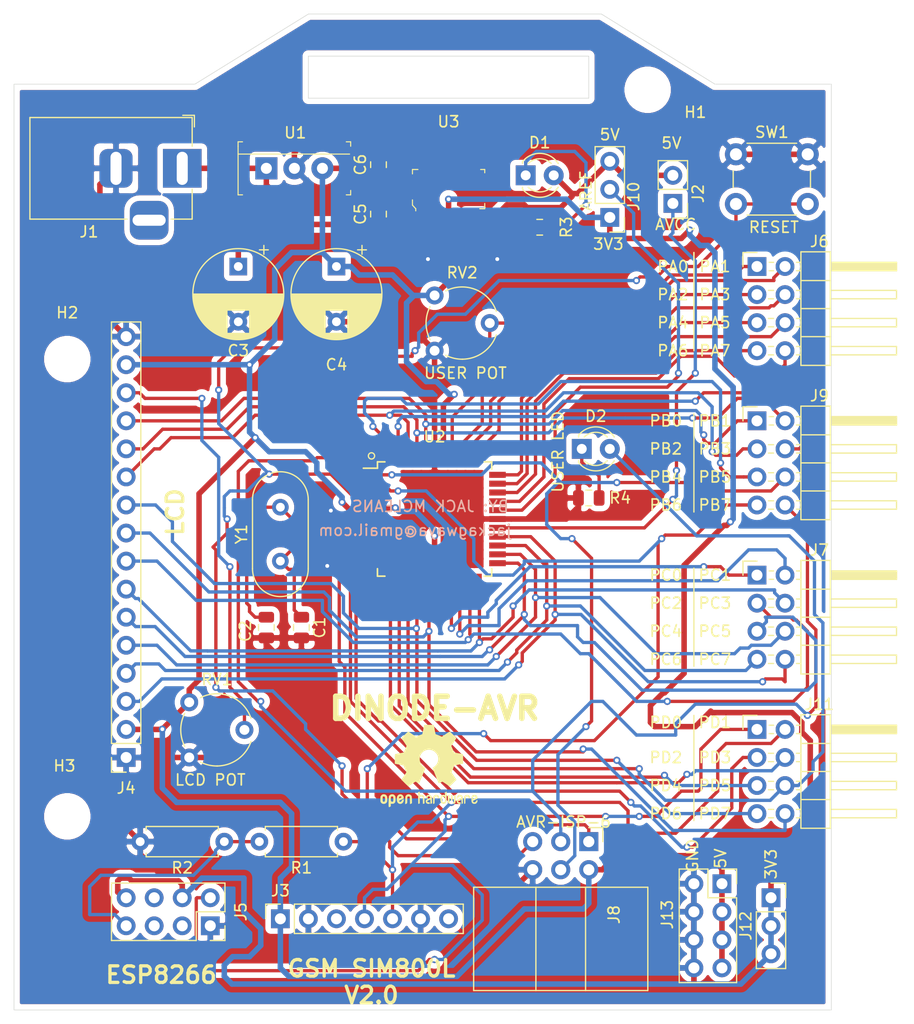
<source format=kicad_pcb>
(kicad_pcb (version 20171130) (host pcbnew "(5.1.2)-2")
  (layers (0 F.Cu signal) (31 B.Cu signal) (34 B.Paste user) (35 F.Paste user) (36 B.SilkS user) (37 F.SilkS user) (38 B.Mask user) (39 F.Mask user) (44 Edge.Cuts user))
  (net 0 "")
  (net 1 GND)
  (net 2 "Net-(C1-Pad1)")
  (net 3 "Net-(C2-Pad1)")
  (net 4 RESET)
  (net 5 "Net-(D1-Pad1)")
  (net 6 "Net-(D2-Pad1)")
  (net 7 PC_7)
  (net 8 "Net-(J2-Pad1)")
  (net 9 "Net-(J3-Pad3)")
  (net 10 PD_0)
  (net 11 PD_1)
  (net 12 "Net-(J3-Pad7)")
  (net 13 PC_6)
  (net 14 PC_5)
  (net 15 PC_4)
  (net 16 PC_3)
  (net 17 PC_2)
  (net 18 PC_1)
  (net 19 PC_0)
  (net 20 PB_2)
  (net 21 PB_1)
  (net 22 PB_0)
  (net 23 VO)
  (net 24 ESP_RX)
  (net 25 +3V3)
  (net 26 "Net-(J5-Pad3)")
  (net 27 "Net-(J5-Pad5)")
  (net 28 PA_0)
  (net 29 PA_1)
  (net 30 PA_2)
  (net 31 PA_3)
  (net 32 PA_4)
  (net 33 PA_5)
  (net 34 PA_6)
  (net 35 PA_7)
  (net 36 PB_7)
  (net 37 MOSI)
  (net 38 PB_4)
  (net 39 PB_3)
  (net 40 A_REF)
  (net 41 PD_7)
  (net 42 PD_6)
  (net 43 PD_5)
  (net 44 PD_4)
  (net 45 PD_3)
  (net 46 PD_2)
  (net 47 MISO)
  (net 48 +5V)
  (net 49 "Net-(J5-Pad6)")
  (net 50 +12V)
  (module Symbol:OSHW-Logo2_9.8x8mm_SilkScreen (layer F.Cu) (at 122.682 107.442)
    (fp_text reference REF** hide)
    (fp_text value OSHW-Logo2_9.8x8mm_SilkScreen hide)
  )
  (module Capacitor_SMD:C_0805_2012Metric (layer F.Cu) (at 111.125 94.9175 270)
    (fp_text reference C1 (at 0 -1.65 90) (layer F.SilkS))
    (fp_text value 22pF)
    (pad 2 smd roundrect (at 0.9375 0 270) (size 0.975 1.4) (layers F.Cu F.Paste F.Mask) (net 1 GND))
    (pad 1 smd roundrect (at -0.9375 0 270) (size 0.975 1.4) (layers F.Cu F.Paste F.Mask) (net 2 "Net-(C1-Pad1)"))
  )
  (module Capacitor_SMD:C_0805_2012Metric (layer F.Cu) (at 107.95 94.9175 270)
    (fp_text reference C2 (at 0.3325 1.905 90) (layer F.SilkS))
    (fp_text value 22pF)
    (pad 1 smd roundrect (at -0.9375 0 270) (size 0.975 1.4) (layers F.Cu F.Paste F.Mask) (net 3 "Net-(C2-Pad1)"))
    (pad 2 smd roundrect (at 0.9375 0 270) (size 0.975 1.4) (layers F.Cu F.Paste F.Mask) (net 1 GND))
  )
  (module Capacitor_THT:CP_Radial_D8.0mm_P5.00mm (layer F.Cu) (at 105.41 62.23 270)
    (fp_text reference C3 (at 7.62 0 180) (layer F.SilkS))
    (fp_text value 100uF)
    (pad 1 thru_hole rect (at 0 0 270) (size 1.6 1.6) (drill 0.8) (layers *.Cu *.Mask) (net 50 +12V))
    (pad 2 thru_hole circle (at 5 0 270) (size 1.6 1.6) (drill 0.8) (layers *.Cu *.Mask) (net 1 GND))
  )
  (module Capacitor_THT:CP_Radial_D8.0mm_P5.00mm (layer F.Cu) (at 114.3 62.23 270)
    (fp_text reference C4 (at 8.89 0 180) (layer F.SilkS))
    (fp_text value 10uF)
    (pad 2 thru_hole circle (at 5 0 270) (size 1.6 1.6) (drill 0.8) (layers *.Cu *.Mask) (net 1 GND))
    (pad 1 thru_hole rect (at 0 0 270) (size 1.6 1.6) (drill 0.8) (layers *.Cu *.Mask) (net 48 +5V))
  )
  (module Capacitor_SMD:C_0805_2012Metric (layer F.Cu) (at 118.11 57.4825 90)
    (fp_text reference C5 (at 0 -1.65 90) (layer F.SilkS))
    (fp_text value 0.1uF)
    (pad 1 smd roundrect (at -0.9375 0 90) (size 0.975 1.4) (layers F.Cu F.Paste F.Mask) (net 50 +12V))
    (pad 2 smd roundrect (at 0.9375 0 90) (size 0.975 1.4) (layers F.Cu F.Paste F.Mask) (net 1 GND))
  )
  (module Capacitor_SMD:C_0805_2012Metric (layer F.Cu) (at 118.11 53.0075 90)
    (fp_text reference C6 (at 0 -1.65 90) (layer F.SilkS))
    (fp_text value 0.1uF)
    (pad 2 smd roundrect (at 0.9375 0 90) (size 0.975 1.4) (layers F.Cu F.Paste F.Mask) (net 1 GND))
    (pad 1 smd roundrect (at -0.9375 0 90) (size 0.975 1.4) (layers F.Cu F.Paste F.Mask) (net 48 +5V))
  )
  (module LED_THT:LED_D3.0mm (layer F.Cu) (at 131.445 53.975)
    (fp_text reference D1 (at 1.27 -2.96) (layer F.SilkS))
    (fp_text value LED)
    (pad 2 thru_hole circle (at 2.54 0) (size 1.8 1.8) (drill 0.9) (layers *.Cu *.Mask) (net 48 +5V))
    (pad 1 thru_hole rect (at 0 0) (size 1.8 1.8) (drill 0.9) (layers *.Cu *.Mask) (net 5 "Net-(D1-Pad1)"))
  )
  (module LED_THT:LED_D3.0mm (layer F.Cu) (at 136.525 78.74)
    (fp_text reference D2 (at 1.27 -2.96) (layer F.SilkS))
    (fp_text value LED)
    (pad 1 thru_hole rect (at 0 0) (size 1.8 1.8) (drill 0.9) (layers *.Cu *.Mask) (net 6 "Net-(D2-Pad1)"))
    (pad 2 thru_hole circle (at 2.54 0) (size 1.8 1.8) (drill 0.9) (layers *.Cu *.Mask) (net 43 PD_5))
  )
  (module Connector_PinHeader_2.54mm:PinHeader_1x02_P2.54mm_Vertical (layer F.Cu) (at 144.78 56.515 180)
    (fp_text reference J2 (at -2.286 0.889 90) (layer F.SilkS))
    (fp_text value Conn_01x02_Male)
    (pad 1 thru_hole rect (at 0 0 180) (size 1.7 1.7) (drill 1) (layers *.Cu *.Mask) (net 8 "Net-(J2-Pad1)"))
    (pad 2 thru_hole oval (at 0 2.54 180) (size 1.7 1.7) (drill 1) (layers *.Cu *.Mask) (net 48 +5V))
  )
  (module Connector_PinSocket_2.54mm:PinSocket_1x07_P2.54mm_Vertical (layer F.Cu) (at 109.22 121.285 90)
    (fp_text reference J3 (at 2.54 0 180) (layer F.SilkS))
    (fp_text value Conn_01x07)
    (pad 1 thru_hole rect (at 0 0 90) (size 1.7 1.7) (drill 1) (layers *.Cu *.Mask) (net 48 +5V))
    (pad 2 thru_hole oval (at 0 2.54 90) (size 1.7 1.7) (drill 1) (layers *.Cu *.Mask) (net 1 GND))
    (pad 3 thru_hole oval (at 0 5.08 90) (size 1.7 1.7) (drill 1) (layers *.Cu *.Mask) (net 9 "Net-(J3-Pad3)"))
    (pad 4 thru_hole oval (at 0 7.62 90) (size 1.7 1.7) (drill 1) (layers *.Cu *.Mask) (net 10 PD_0))
    (pad 5 thru_hole oval (at 0 10.16 90) (size 1.7 1.7) (drill 1) (layers *.Cu *.Mask) (net 11 PD_1))
    (pad 6 thru_hole oval (at 0 12.7 90) (size 1.7 1.7) (drill 1) (layers *.Cu *.Mask) (net 1 GND))
    (pad 7 thru_hole oval (at 0 15.24 90) (size 1.7 1.7) (drill 1) (layers *.Cu *.Mask) (net 12 "Net-(J3-Pad7)"))
  )
  (module Connector_PinSocket_2.54mm:PinSocket_1x16_P2.54mm_Vertical (layer F.Cu) (at 95.25 106.68 180)
    (fp_text reference J4 (at 0 -2.77) (layer F.SilkS))
    (fp_text value Conn_01x16)
    (pad 1 thru_hole rect (at 0 0 180) (size 1.7 1.7) (drill 1) (layers *.Cu *.Mask) (net 1 GND))
    (pad 2 thru_hole oval (at 0 2.54 180) (size 1.7 1.7) (drill 1) (layers *.Cu *.Mask) (net 48 +5V))
    (pad 3 thru_hole oval (at 0 5.08 180) (size 1.7 1.7) (drill 1) (layers *.Cu *.Mask) (net 7 PC_7))
    (pad 4 thru_hole oval (at 0 7.62 180) (size 1.7 1.7) (drill 1) (layers *.Cu *.Mask) (net 13 PC_6))
    (pad 5 thru_hole oval (at 0 10.16 180) (size 1.7 1.7) (drill 1) (layers *.Cu *.Mask) (net 14 PC_5))
    (pad 6 thru_hole oval (at 0 12.7 180) (size 1.7 1.7) (drill 1) (layers *.Cu *.Mask) (net 15 PC_4))
    (pad 7 thru_hole oval (at 0 15.24 180) (size 1.7 1.7) (drill 1) (layers *.Cu *.Mask) (net 16 PC_3))
    (pad 8 thru_hole oval (at 0 17.78 180) (size 1.7 1.7) (drill 1) (layers *.Cu *.Mask) (net 17 PC_2))
    (pad 9 thru_hole oval (at 0 20.32 180) (size 1.7 1.7) (drill 1) (layers *.Cu *.Mask) (net 41 PD_7))
    (pad 10 thru_hole oval (at 0 22.86 180) (size 1.7 1.7) (drill 1) (layers *.Cu *.Mask) (net 42 PD_6))
    (pad 11 thru_hole oval (at 0 25.4 180) (size 1.7 1.7) (drill 1) (layers *.Cu *.Mask) (net 20 PB_2))
    (pad 12 thru_hole oval (at 0 27.94 180) (size 1.7 1.7) (drill 1) (layers *.Cu *.Mask) (net 21 PB_1))
    (pad 13 thru_hole oval (at 0 30.48 180) (size 1.7 1.7) (drill 1) (layers *.Cu *.Mask) (net 22 PB_0))
    (pad 14 thru_hole oval (at 0 33.02 180) (size 1.7 1.7) (drill 1) (layers *.Cu *.Mask) (net 23 VO))
    (pad 15 thru_hole oval (at 0 35.56 180) (size 1.7 1.7) (drill 1) (layers *.Cu *.Mask) (net 48 +5V))
    (pad 16 thru_hole oval (at 0 38.1 180) (size 1.7 1.7) (drill 1) (layers *.Cu *.Mask) (net 1 GND))
  )
  (module Connector_PinSocket_2.54mm:PinSocket_2x04_P2.54mm_Vertical (layer F.Cu) (at 102.87 121.92 270)
    (fp_text reference J5 (at -1.27 -2.77 90) (layer F.SilkS))
    (fp_text value Conn_02x04_Odd_Even)
    (pad 1 thru_hole rect (at 0 0 270) (size 1.7 1.7) (drill 1) (layers *.Cu *.Mask) (net 1 GND))
    (pad 2 thru_hole oval (at -2.54 0 270) (size 1.7 1.7) (drill 1) (layers *.Cu *.Mask) (net 10 PD_0))
    (pad 3 thru_hole oval (at 0 2.54 270) (size 1.7 1.7) (drill 1) (layers *.Cu *.Mask) (net 26 "Net-(J5-Pad3)"))
    (pad 4 thru_hole oval (at -2.54 2.54 270) (size 1.7 1.7) (drill 1) (layers *.Cu *.Mask) (net 25 +3V3))
    (pad 5 thru_hole oval (at 0 5.08 270) (size 1.7 1.7) (drill 1) (layers *.Cu *.Mask) (net 27 "Net-(J5-Pad5)"))
    (pad 6 thru_hole oval (at -2.54 5.08 270) (size 1.7 1.7) (drill 1) (layers *.Cu *.Mask) (net 49 "Net-(J5-Pad6)"))
    (pad 7 thru_hole oval (at 0 7.62 270) (size 1.7 1.7) (drill 1) (layers *.Cu *.Mask) (net 24 ESP_RX))
    (pad 8 thru_hole oval (at -2.54 7.62 270) (size 1.7 1.7) (drill 1) (layers *.Cu *.Mask) (net 25 +3V3))
  )
  (module Connector_PinHeader_2.54mm:PinHeader_2x04_P2.54mm_Horizontal (layer F.Cu) (at 152.4 62.23)
    (fp_text reference J6 (at 5.655 -2.27) (layer F.SilkS))
    (fp_text value Conn_02x04_Odd_Even)
    (pad 1 thru_hole rect (at 0 0) (size 1.7 1.7) (drill 1) (layers *.Cu *.Mask) (net 28 PA_0))
    (pad 2 thru_hole oval (at 2.54 0) (size 1.7 1.7) (drill 1) (layers *.Cu *.Mask) (net 29 PA_1))
    (pad 3 thru_hole oval (at 0 2.54) (size 1.7 1.7) (drill 1) (layers *.Cu *.Mask) (net 30 PA_2))
    (pad 4 thru_hole oval (at 2.54 2.54) (size 1.7 1.7) (drill 1) (layers *.Cu *.Mask) (net 31 PA_3))
    (pad 5 thru_hole oval (at 0 5.08) (size 1.7 1.7) (drill 1) (layers *.Cu *.Mask) (net 32 PA_4))
    (pad 6 thru_hole oval (at 2.54 5.08) (size 1.7 1.7) (drill 1) (layers *.Cu *.Mask) (net 33 PA_5))
    (pad 7 thru_hole oval (at 0 7.62) (size 1.7 1.7) (drill 1) (layers *.Cu *.Mask) (net 34 PA_6))
    (pad 8 thru_hole oval (at 2.54 7.62) (size 1.7 1.7) (drill 1) (layers *.Cu *.Mask) (net 35 PA_7))
  )
  (module Connector_PinHeader_2.54mm:PinHeader_2x04_P2.54mm_Horizontal (layer F.Cu) (at 152.4 90.17)
    (fp_text reference J7 (at 5.655 -2.27) (layer F.SilkS))
    (fp_text value Conn_02x04_Odd_Even)
    (pad 1 thru_hole rect (at 0 0) (size 1.7 1.7) (drill 1) (layers *.Cu *.Mask) (net 19 PC_0))
    (pad 2 thru_hole oval (at 2.54 0) (size 1.7 1.7) (drill 1) (layers *.Cu *.Mask) (net 18 PC_1))
    (pad 3 thru_hole oval (at 0 2.54) (size 1.7 1.7) (drill 1) (layers *.Cu *.Mask) (net 17 PC_2))
    (pad 4 thru_hole oval (at 2.54 2.54) (size 1.7 1.7) (drill 1) (layers *.Cu *.Mask) (net 16 PC_3))
    (pad 5 thru_hole oval (at 0 5.08) (size 1.7 1.7) (drill 1) (layers *.Cu *.Mask) (net 15 PC_4))
    (pad 6 thru_hole oval (at 2.54 5.08) (size 1.7 1.7) (drill 1) (layers *.Cu *.Mask) (net 14 PC_5))
    (pad 7 thru_hole oval (at 0 7.62) (size 1.7 1.7) (drill 1) (layers *.Cu *.Mask) (net 13 PC_6))
    (pad 8 thru_hole oval (at 2.54 7.62) (size 1.7 1.7) (drill 1) (layers *.Cu *.Mask) (net 7 PC_7))
  )
  (module Connector_PinHeader_2.54mm:PinHeader_2x04_P2.54mm_Horizontal (layer F.Cu) (at 152.4 76.2)
    (fp_text reference J9 (at 5.655 -2.27) (layer F.SilkS))
    (fp_text value Conn_02x04_Odd_Even)
    (pad 8 thru_hole oval (at 2.54 7.62) (size 1.7 1.7) (drill 1) (layers *.Cu *.Mask) (net 36 PB_7))
    (pad 7 thru_hole oval (at 0 7.62) (size 1.7 1.7) (drill 1) (layers *.Cu *.Mask) (net 47 MISO))
    (pad 6 thru_hole oval (at 2.54 5.08) (size 1.7 1.7) (drill 1) (layers *.Cu *.Mask) (net 37 MOSI))
    (pad 5 thru_hole oval (at 0 5.08) (size 1.7 1.7) (drill 1) (layers *.Cu *.Mask) (net 38 PB_4))
    (pad 4 thru_hole oval (at 2.54 2.54) (size 1.7 1.7) (drill 1) (layers *.Cu *.Mask) (net 39 PB_3))
    (pad 3 thru_hole oval (at 0 2.54) (size 1.7 1.7) (drill 1) (layers *.Cu *.Mask) (net 20 PB_2))
    (pad 2 thru_hole oval (at 2.54 0) (size 1.7 1.7) (drill 1) (layers *.Cu *.Mask) (net 21 PB_1))
    (pad 1 thru_hole rect (at 0 0) (size 1.7 1.7) (drill 1) (layers *.Cu *.Mask) (net 22 PB_0))
  )
  (module Connector_PinHeader_2.54mm:PinHeader_1x03_P2.54mm_Vertical (layer F.Cu) (at 139.065 57.785 180)
    (fp_text reference J10 (at -2.159 1.905 90) (layer F.SilkS))
    (fp_text value Conn_01x03_Male)
    (pad 1 thru_hole rect (at 0 0 180) (size 1.7 1.7) (drill 1) (layers *.Cu *.Mask) (net 25 +3V3))
    (pad 2 thru_hole oval (at 0 2.54 180) (size 1.7 1.7) (drill 1) (layers *.Cu *.Mask) (net 40 A_REF))
    (pad 3 thru_hole oval (at 0 5.08 180) (size 1.7 1.7) (drill 1) (layers *.Cu *.Mask) (net 48 +5V))
  )
  (module Connector_PinHeader_2.54mm:PinHeader_2x04_P2.54mm_Horizontal (layer F.Cu) (at 152.4 104.14)
    (fp_text reference J11 (at 5.655 -2.27) (layer F.SilkS))
    (fp_text value Conn_02x04_Odd_Even)
    (pad 8 thru_hole oval (at 2.54 7.62) (size 1.7 1.7) (drill 1) (layers *.Cu *.Mask) (net 41 PD_7))
    (pad 7 thru_hole oval (at 0 7.62) (size 1.7 1.7) (drill 1) (layers *.Cu *.Mask) (net 42 PD_6))
    (pad 6 thru_hole oval (at 2.54 5.08) (size 1.7 1.7) (drill 1) (layers *.Cu *.Mask) (net 43 PD_5))
    (pad 5 thru_hole oval (at 0 5.08) (size 1.7 1.7) (drill 1) (layers *.Cu *.Mask) (net 44 PD_4))
    (pad 4 thru_hole oval (at 2.54 2.54) (size 1.7 1.7) (drill 1) (layers *.Cu *.Mask) (net 45 PD_3))
    (pad 3 thru_hole oval (at 0 2.54) (size 1.7 1.7) (drill 1) (layers *.Cu *.Mask) (net 46 PD_2))
    (pad 2 thru_hole oval (at 2.54 0) (size 1.7 1.7) (drill 1) (layers *.Cu *.Mask) (net 11 PD_1))
    (pad 1 thru_hole rect (at 0 0) (size 1.7 1.7) (drill 1) (layers *.Cu *.Mask) (net 10 PD_0))
  )
  (module Resistor_THT:R_Axial_DIN0207_L6.3mm_D2.5mm_P7.62mm_Horizontal (layer F.Cu) (at 114.935 114.3 180)
    (fp_text reference R1 (at 3.81 -2.37) (layer F.SilkS))
    (fp_text value 1K)
    (pad 1 thru_hole circle (at 0 0 180) (size 1.6 1.6) (drill 0.8) (layers *.Cu *.Mask) (net 11 PD_1))
    (pad 2 thru_hole oval (at 7.62 0 180) (size 1.6 1.6) (drill 0.8) (layers *.Cu *.Mask) (net 24 ESP_RX))
  )
  (module Resistor_THT:R_Axial_DIN0207_L6.3mm_D2.5mm_P7.62mm_Horizontal (layer F.Cu) (at 104.14 114.3 180)
    (fp_text reference R2 (at 3.81 -2.37) (layer F.SilkS))
    (fp_text value 2K)
    (pad 2 thru_hole oval (at 7.62 0 180) (size 1.6 1.6) (drill 0.8) (layers *.Cu *.Mask) (net 1 GND))
    (pad 1 thru_hole circle (at 0 0 180) (size 1.6 1.6) (drill 0.8) (layers *.Cu *.Mask) (net 24 ESP_RX))
  )
  (module Resistor_SMD:R_0805_2012Metric (layer F.Cu) (at 132.715 58.674)
    (fp_text reference R3 (at 2.413 0 90) (layer F.SilkS))
    (fp_text value "220 ohms")
    (pad 2 smd roundrect (at 0.9375 0) (size 0.975 1.4) (layers F.Cu F.Paste F.Mask) (net 5 "Net-(D1-Pad1)"))
    (pad 1 smd roundrect (at -0.9375 0) (size 0.975 1.4) (layers F.Cu F.Paste F.Mask) (net 1 GND))
  )
  (module Resistor_SMD:R_0805_2012Metric (layer F.Cu) (at 137.16 83.185)
    (fp_text reference R4 (at 2.8425 0) (layer F.SilkS))
    (fp_text value 220ohms)
    (pad 1 smd roundrect (at -0.9375 0) (size 0.975 1.4) (layers F.Cu F.Paste F.Mask) (net 1 GND))
    (pad 2 smd roundrect (at 0.9375 0) (size 0.975 1.4) (layers F.Cu F.Paste F.Mask) (net 6 "Net-(D2-Pad1)"))
  )
  (module digikey-footprints:TO-220-3 (layer F.Cu) (at 107.95 53.34)
    (fp_text reference U1 (at 2.62 -3.22) (layer F.SilkS))
    (fp_text value L7805)
    (pad 1 thru_hole rect (at 0 0) (size 2 2) (drill 1) (layers *.Cu *.Mask) (net 50 +12V))
    (pad 2 thru_hole circle (at 2.54 0) (size 2 2) (drill 1) (layers *.Cu *.Mask) (net 1 GND))
    (pad 3 thru_hole circle (at 5.08 0) (size 2 2) (drill 1) (layers *.Cu *.Mask) (net 48 +5V))
  )
  (module Package_QFP:TQFP-44_10x10mm_P0.8mm (layer F.Cu) (at 123.19 85.09)
    (fp_text reference U2 (at 0 -7.45) (layer F.SilkS))
    (fp_text value ATmega32-16AU)
    (pad 1 smd rect (at -5.7 -4) (size 1.5 0.55) (layers F.Cu F.Paste F.Mask) (net 37 MOSI))
    (pad 2 smd rect (at -5.7 -3.2) (size 1.5 0.55) (layers F.Cu F.Paste F.Mask) (net 47 MISO))
    (pad 3 smd rect (at -5.7 -2.4) (size 1.5 0.55) (layers F.Cu F.Paste F.Mask) (net 36 PB_7))
    (pad 4 smd rect (at -5.7 -1.6) (size 1.5 0.55) (layers F.Cu F.Paste F.Mask) (net 4 RESET))
    (pad 5 smd rect (at -5.7 -0.8) (size 1.5 0.55) (layers F.Cu F.Paste F.Mask) (net 48 +5V))
    (pad 6 smd rect (at -5.7 0) (size 1.5 0.55) (layers F.Cu F.Paste F.Mask) (net 1 GND))
    (pad 7 smd rect (at -5.7 0.8) (size 1.5 0.55) (layers F.Cu F.Paste F.Mask) (net 3 "Net-(C2-Pad1)"))
    (pad 8 smd rect (at -5.7 1.6) (size 1.5 0.55) (layers F.Cu F.Paste F.Mask) (net 2 "Net-(C1-Pad1)"))
    (pad 9 smd rect (at -5.7 2.4) (size 1.5 0.55) (layers F.Cu F.Paste F.Mask) (net 10 PD_0))
    (pad 10 smd rect (at -5.7 3.2) (size 1.5 0.55) (layers F.Cu F.Paste F.Mask) (net 11 PD_1))
    (pad 11 smd rect (at -5.7 4) (size 1.5 0.55) (layers F.Cu F.Paste F.Mask) (net 46 PD_2))
    (pad 12 smd rect (at -4 5.7 90) (size 1.5 0.55) (layers F.Cu F.Paste F.Mask) (net 45 PD_3))
    (pad 13 smd rect (at -3.2 5.7 90) (size 1.5 0.55) (layers F.Cu F.Paste F.Mask) (net 44 PD_4))
    (pad 14 smd rect (at -2.4 5.7 90) (size 1.5 0.55) (layers F.Cu F.Paste F.Mask) (net 43 PD_5))
    (pad 15 smd rect (at -1.6 5.7 90) (size 1.5 0.55) (layers F.Cu F.Paste F.Mask) (net 42 PD_6))
    (pad 16 smd rect (at -0.8 5.7 90) (size 1.5 0.55) (layers F.Cu F.Paste F.Mask) (net 41 PD_7))
    (pad 17 smd rect (at 0 5.7 90) (size 1.5 0.55) (layers F.Cu F.Paste F.Mask) (net 48 +5V))
    (pad 18 smd rect (at 0.8 5.7 90) (size 1.5 0.55) (layers F.Cu F.Paste F.Mask) (net 1 GND))
    (pad 19 smd rect (at 1.6 5.7 90) (size 1.5 0.55) (layers F.Cu F.Paste F.Mask) (net 19 PC_0))
    (pad 20 smd rect (at 2.4 5.7 90) (size 1.5 0.55) (layers F.Cu F.Paste F.Mask) (net 18 PC_1))
    (pad 21 smd rect (at 3.2 5.7 90) (size 1.5 0.55) (layers F.Cu F.Paste F.Mask) (net 17 PC_2))
    (pad 22 smd rect (at 4 5.7 90) (size 1.5 0.55) (layers F.Cu F.Paste F.Mask) (net 16 PC_3))
    (pad 23 smd rect (at 5.7 4) (size 1.5 0.55) (layers F.Cu F.Paste F.Mask) (net 15 PC_4))
    (pad 24 smd rect (at 5.7 3.2) (size 1.5 0.55) (layers F.Cu F.Paste F.Mask) (net 14 PC_5))
    (pad 25 smd rect (at 5.7 2.4) (size 1.5 0.55) (layers F.Cu F.Paste F.Mask) (net 13 PC_6))
    (pad 26 smd rect (at 5.7 1.6) (size 1.5 0.55) (layers F.Cu F.Paste F.Mask) (net 7 PC_7))
    (pad 27 smd rect (at 5.7 0.8) (size 1.5 0.55) (layers F.Cu F.Paste F.Mask) (net 8 "Net-(J2-Pad1)"))
    (pad 28 smd rect (at 5.7 0) (size 1.5 0.55) (layers F.Cu F.Paste F.Mask) (net 1 GND))
    (pad 29 smd rect (at 5.7 -0.8) (size 1.5 0.55) (layers F.Cu F.Paste F.Mask) (net 40 A_REF))
    (pad 30 smd rect (at 5.7 -1.6) (size 1.5 0.55) (layers F.Cu F.Paste F.Mask) (net 35 PA_7))
    (pad 31 smd rect (at 5.7 -2.4) (size 1.5 0.55) (layers F.Cu F.Paste F.Mask) (net 34 PA_6))
    (pad 32 smd rect (at 5.7 -3.2) (size 1.5 0.55) (layers F.Cu F.Paste F.Mask) (net 33 PA_5))
    (pad 33 smd rect (at 5.7 -4) (size 1.5 0.55) (layers F.Cu F.Paste F.Mask) (net 32 PA_4))
    (pad 34 smd rect (at 4 -5.7 90) (size 1.5 0.55) (layers F.Cu F.Paste F.Mask) (net 31 PA_3))
    (pad 35 smd rect (at 3.2 -5.7 90) (size 1.5 0.55) (layers F.Cu F.Paste F.Mask) (net 30 PA_2))
    (pad 36 smd rect (at 2.4 -5.7 90) (size 1.5 0.55) (layers F.Cu F.Paste F.Mask) (net 29 PA_1))
    (pad 37 smd rect (at 1.6 -5.7 90) (size 1.5 0.55) (layers F.Cu F.Paste F.Mask) (net 28 PA_0))
    (pad 38 smd rect (at 0.8 -5.7 90) (size 1.5 0.55) (layers F.Cu F.Paste F.Mask) (net 48 +5V))
    (pad 39 smd rect (at 0 -5.7 90) (size 1.5 0.55) (layers F.Cu F.Paste F.Mask) (net 1 GND))
    (pad 40 smd rect (at -0.8 -5.7 90) (size 1.5 0.55) (layers F.Cu F.Paste F.Mask) (net 22 PB_0))
    (pad 41 smd rect (at -1.6 -5.7 90) (size 1.5 0.55) (layers F.Cu F.Paste F.Mask) (net 21 PB_1))
    (pad 42 smd rect (at -2.4 -5.7 90) (size 1.5 0.55) (layers F.Cu F.Paste F.Mask) (net 20 PB_2))
    (pad 43 smd rect (at -3.2 -5.7 90) (size 1.5 0.55) (layers F.Cu F.Paste F.Mask) (net 39 PB_3))
    (pad 44 smd rect (at -4 -5.7 90) (size 1.5 0.55) (layers F.Cu F.Paste F.Mask) (net 38 PB_4))
  )
  (module digikey-footprints:SOT-223 (layer F.Cu) (at 124.46 55.22)
    (fp_text reference U3 (at 0 -6.1) (layer F.SilkS))
    (fp_text value LM1117-3.3)
    (pad 3 smd rect (at 2.3 3.15) (size 1.5 2.2) (layers F.Cu F.Paste F.Mask) (net 48 +5V))
    (pad 2 smd rect (at 0 3.15) (size 1.5 2.2) (layers F.Cu F.Paste F.Mask) (net 25 +3V3))
    (pad 1 smd rect (at -2.3 3.15) (size 1.5 2.2) (layers F.Cu F.Paste F.Mask) (net 1 GND))
    (pad 4 smd rect (at 0 -3.15) (size 3.8 2.2) (layers F.Cu F.Paste F.Mask))
  )
  (module Crystal:Crystal_HC49-U_Vertical (layer F.Cu) (at 109.22 88.9 90)
    (fp_text reference Y1 (at 2.44 -3.525 90) (layer F.SilkS))
    (fp_text value 16MHz)
    (pad 1 thru_hole circle (at 0 0 90) (size 1.5 1.5) (drill 0.8) (layers *.Cu *.Mask) (net 2 "Net-(C1-Pad1)"))
    (pad 2 thru_hole circle (at 4.88 0 90) (size 1.5 1.5) (drill 0.8) (layers *.Cu *.Mask) (net 3 "Net-(C2-Pad1)"))
  )
  (module Connector_BarrelJack:BarrelJack_Horizontal (layer F.Cu) (at 100.33 53.34)
    (fp_text reference J1 (at -8.45 5.75) (layer F.SilkS))
    (fp_text value Barrel_Jack)
    (pad 1 thru_hole rect (at 0 0) (size 3.5 3.5) (drill oval 1 3) (layers *.Cu *.Mask) (net 50 +12V))
    (pad 2 thru_hole roundrect (at -6 0) (size 3 3.5) (drill oval 1 3) (layers *.Cu *.Mask) (net 1 GND))
    (pad 3 thru_hole roundrect (at -3 4.7) (size 3.5 3.5) (drill oval 3 1) (layers *.Cu *.Mask))
  )
  (module Connector_IDC:IDC-Header_2x03_P2.54mm_Horizontal (layer F.Cu) (at 137.16 114.3 270)
    (fp_text reference J8 (at 6.604 -2.286 90) (layer F.SilkS))
    (fp_text value AVR-ISP-6)
    (pad 1 thru_hole rect (at 0 0 270) (size 1.7272 1.7272) (drill 1.016) (layers *.Cu *.Mask) (net 47 MISO))
    (pad 2 thru_hole oval (at 2.54 0 270) (size 1.7272 1.7272) (drill 1.016) (layers *.Cu *.Mask) (net 48 +5V))
    (pad 3 thru_hole oval (at 0 2.54 270) (size 1.7272 1.7272) (drill 1.016) (layers *.Cu *.Mask) (net 36 PB_7))
    (pad 4 thru_hole oval (at 2.54 2.54 270) (size 1.7272 1.7272) (drill 1.016) (layers *.Cu *.Mask) (net 37 MOSI))
    (pad 5 thru_hole oval (at 0 5.08 270) (size 1.7272 1.7272) (drill 1.016) (layers *.Cu *.Mask) (net 4 RESET))
    (pad 6 thru_hole oval (at 2.54 5.08 270) (size 1.7272 1.7272) (drill 1.016) (layers *.Cu *.Mask) (net 1 GND))
  )
  (module Potentiometer_THT:Potentiometer_Piher_PT-6-V_Vertical (layer F.Cu) (at 100.965 106.68)
    (fp_text reference RV1 (at 2.5 -7.06) (layer F.SilkS))
    (fp_text value R_POT)
    (pad 1 thru_hole circle (at 0 0) (size 1.62 1.62) (drill 0.9) (layers *.Cu *.Mask) (net 1 GND))
    (pad 2 thru_hole circle (at 5 -2.5) (size 1.62 1.62) (drill 0.9) (layers *.Cu *.Mask) (net 23 VO))
    (pad 3 thru_hole circle (at 0 -5) (size 1.62 1.62) (drill 0.9) (layers *.Cu *.Mask) (net 48 +5V))
  )
  (module Potentiometer_THT:Potentiometer_Piher_PT-6-V_Vertical (layer F.Cu) (at 123.19 69.85)
    (fp_text reference RV2 (at 2.5 -7.06) (layer F.SilkS))
    (fp_text value R_POT)
    (pad 3 thru_hole circle (at 0 -5) (size 1.62 1.62) (drill 0.9) (layers *.Cu *.Mask) (net 48 +5V))
    (pad 2 thru_hole circle (at 5 -2.5) (size 1.62 1.62) (drill 0.9) (layers *.Cu *.Mask) (net 28 PA_0))
    (pad 1 thru_hole circle (at 0 0) (size 1.62 1.62) (drill 0.9) (layers *.Cu *.Mask) (net 1 GND))
  )
  (module Button_Switch_THT:SW_PUSH_6mm_H5mm (layer F.Cu) (at 150.495 52.07)
    (fp_text reference SW1 (at 3.25 -2) (layer F.SilkS))
    (fp_text value SW_Push)
    (pad 2 thru_hole circle (at 0 4.5 90) (size 2 2) (drill 1.1) (layers *.Cu *.Mask) (net 4 RESET))
    (pad 1 thru_hole circle (at 0 0 90) (size 2 2) (drill 1.1) (layers *.Cu *.Mask) (net 1 GND))
    (pad 2 thru_hole circle (at 6.5 4.5 90) (size 2 2) (drill 1.1) (layers *.Cu *.Mask) (net 4 RESET))
    (pad 1 thru_hole circle (at 6.5 0 90) (size 2 2) (drill 1.1) (layers *.Cu *.Mask) (net 1 GND))
  )
  (module Connector_PinSocket_2.54mm:PinSocket_1x03_P2.54mm_Vertical (layer F.Cu) (at 153.67 119.38)
    (fp_text reference J12 (at -2.286 2.54 90) (layer F.SilkS))
    (fp_text value Conn_01x03_Female)
    (pad 1 thru_hole rect (at 0 0) (size 1.7 1.7) (drill 1) (layers *.Cu *.Mask) (net 25 +3V3))
    (pad 2 thru_hole oval (at 0 2.54) (size 1.7 1.7) (drill 1) (layers *.Cu *.Mask) (net 25 +3V3))
    (pad 3 thru_hole oval (at 0 5.08) (size 1.7 1.7) (drill 1) (layers *.Cu *.Mask) (net 25 +3V3))
  )
  (module Connector_PinSocket_2.54mm:PinSocket_2x04_P2.54mm_Vertical (layer F.Cu) (at 149.225 118.11)
    (fp_text reference J13 (at -4.953 2.794 90) (layer F.SilkS))
    (fp_text value Conn_02x04_Odd_Even)
    (pad 8 thru_hole oval (at -2.54 7.62) (size 1.7 1.7) (drill 1) (layers *.Cu *.Mask) (net 1 GND))
    (pad 7 thru_hole oval (at 0 7.62) (size 1.7 1.7) (drill 1) (layers *.Cu *.Mask) (net 48 +5V))
    (pad 6 thru_hole oval (at -2.54 5.08) (size 1.7 1.7) (drill 1) (layers *.Cu *.Mask) (net 1 GND))
    (pad 5 thru_hole oval (at 0 5.08) (size 1.7 1.7) (drill 1) (layers *.Cu *.Mask) (net 48 +5V))
    (pad 4 thru_hole oval (at -2.54 2.54) (size 1.7 1.7) (drill 1) (layers *.Cu *.Mask) (net 1 GND))
    (pad 3 thru_hole oval (at 0 2.54) (size 1.7 1.7) (drill 1) (layers *.Cu *.Mask) (net 48 +5V))
    (pad 2 thru_hole oval (at -2.54 0) (size 1.7 1.7) (drill 1) (layers *.Cu *.Mask) (net 1 GND))
    (pad 1 thru_hole rect (at 0 0) (size 1.7 1.7) (drill 1) (layers *.Cu *.Mask) (net 48 +5V))
  )
  (module MountingHole:MountingHole_3.2mm_M3 (layer F.Cu) (at 142.494 46.228)
    (fp_text reference H1 (at 4.318 2.032) (layer F.SilkS))
    (fp_text value MountingHole)
    (pad 1 np_thru_hole circle (at 0 0) (size 3.2 3.2) (drill 3.2) (layers *.Cu *.Mask))
  )
  (module MountingHole:MountingHole_3.2mm_M3 (layer F.Cu) (at 89.916 70.612)
    (fp_text reference H2 (at 0 -4.2) (layer F.SilkS))
    (fp_text value MountingHole)
    (pad 1 np_thru_hole circle (at 0 0) (size 3.2 3.2) (drill 3.2) (layers *.Cu *.Mask))
  )
  (module MountingHole:MountingHole_3.2mm_M3 (layer F.Cu) (at 89.916 112.014)
    (fp_text reference H3 (at -0.254 -4.572) (layer F.SilkS))
    (fp_text value MountingHole)
    (pad 1 np_thru_hole circle (at 0 0) (size 3.2 3.2) (drill 3.2) (layers *.Cu *.Mask))
  )
  (gr_text jackagwaya@gmail.com (at 121.412 86.106) (layer B.SilkS) (effects (font (size 1 1)) (justify mirror)))
  (gr_circle (center 117.475 79.375) (end 117.602 79.121) (layer F.SilkS) (width 0.12))
  (gr_line (start 159.131 129.54) (end 130.81 129.54) (layer Edge.Cuts) (width 0.05))
  (gr_line (start 159.131 60.198) (end 159.131 129.54) (layer Edge.Cuts) (width 0.05))
  (gr_line (start 159.131 45.72) (end 148.59 45.72) (layer Edge.Cuts) (width 0.05))
  (gr_line (start 159.131 60.198) (end 159.131 45.72) (layer Edge.Cuts) (width 0.05))
  (gr_text "BY: JACK MCLEANS" (at 122.809 83.947) (layer B.SilkS) (effects (font (size 1 1)) (justify mirror)))
  (gr_line (start 137.16 43.18) (end 111.76 43.18) (layer Edge.Cuts) (width 0.05))
  (gr_line (start 137.16 46.99) (end 137.16 43.18) (layer Edge.Cuts) (width 0.05))
  (gr_line (start 111.76 46.99) (end 137.16 46.99) (layer Edge.Cuts) (width 0.05))
  (gr_line (start 111.76 43.18) (end 111.76 46.99) (layer Edge.Cuts) (width 0.05))
  (gr_line (start 138.303 39.37) (end 148.59 45.72) (layer Edge.Cuts) (width 0.05))
  (gr_line (start 136.017 39.37) (end 138.303 39.37) (layer Edge.Cuts) (width 0.05))
  (gr_line (start 111.76 39.37) (end 136.017 39.37) (layer Edge.Cuts) (width 0.05))
  (gr_line (start 101.473 45.72) (end 111.76 39.37) (layer Edge.Cuts) (width 0.05))
  (gr_line (start 86.995 45.72) (end 101.473 45.72) (layer Edge.Cuts) (width 0.05))
  (gr_line (start 85.09 45.72) (end 86.995 45.72) (layer Edge.Cuts) (width 0.05))
  (gr_line (start 85.09 129.54) (end 90.17 129.54) (layer Edge.Cuts) (width 0.05))
  (gr_line (start 85.09 45.72) (end 85.09 129.54) (layer Edge.Cuts) (width 0.05))
  (gr_line (start 90.17 129.54) (end 130.81 129.54) (layer Edge.Cuts) (width 0.05))
  (gr_text "USER LED" (at 134.366 78.994 90) (layer F.SilkS) (effects (font (size 1 1))))
  (gr_text 3V3 (at 153.67 116.332 90) (layer F.SilkS) (effects (font (size 1 1))))
  (gr_text 5V (at 149.098 115.824 90) (layer F.SilkS) (effects (font (size 1 1))))
  (gr_text GND (at 146.558 115.57 90) (layer F.SilkS) (effects (font (size 1 1))))
  (gr_text AVR-ISP-6 (at 134.874 112.522) (layer F.SilkS) (effects (font (size 1 1))))
  (gr_text "LCD POT" (at 102.87 108.712) (layer F.SilkS) (effects (font (size 1 1))))
  (gr_text "USER POT" (at 125.984 71.882) (layer F.SilkS) (effects (font (size 1 1))))
  (gr_text RESET (at 153.924 58.674) (layer F.SilkS) (effects (font (size 1 1))))
  (gr_text AREF (at 136.906 55.372 90) (layer F.SilkS) (effects (font (size 1 1))))
  (gr_text 5V (at 139.065 50.292) (layer F.SilkS) (effects (font (size 1 1))))
  (gr_text 3V3 (at 138.938 60.198) (layer F.SilkS) (effects (font (size 1 1))))
  (gr_text AVCC (at 145.034 58.42) (layer F.SilkS) (effects (font (size 1 1))))
  (gr_text 5V (at 144.653 51.054) (layer F.SilkS) (effects (font (size 1 1))))
  (gr_text PD7 (at 148.59 111.76) (layer F.SilkS) (effects (font (size 1 1))))
  (gr_text PD5 (at 148.59 109.22) (layer F.SilkS) (effects (font (size 1 1))))
  (gr_text PD3 (at 148.59 106.68) (layer F.SilkS) (effects (font (size 1 1))))
  (gr_text PD1 (at 148.59 103.505) (layer F.SilkS) (effects (font (size 1 1))))
  (gr_text PC7 (at 148.59 97.79) (layer F.SilkS) (effects (font (size 1 1))))
  (gr_text PC5 (at 148.59 95.25) (layer F.SilkS) (effects (font (size 1 1))))
  (gr_text PC3 (at 148.59 92.71) (layer F.SilkS) (effects (font (size 1 1))))
  (gr_text PC1 (at 148.59 90.17) (layer F.SilkS) (effects (font (size 1 1))))
  (gr_text PB7 (at 148.59 83.82) (layer F.SilkS) (effects (font (size 1 1))))
  (gr_text PB5 (at 148.59 81.28) (layer F.SilkS) (effects (font (size 1 1))))
  (gr_text PB3 (at 148.59 78.74) (layer F.SilkS) (effects (font (size 1 1))))
  (gr_text PB1 (at 148.59 76.2) (layer F.SilkS) (effects (font (size 1 1))))
  (gr_text PA7 (at 148.59 69.85) (layer F.SilkS) (effects (font (size 1 1))))
  (gr_text PA5 (at 148.59 67.31) (layer F.SilkS) (effects (font (size 1 1))))
  (gr_text PA3 (at 148.59 64.77) (layer F.SilkS) (effects (font (size 1 1))))
  (gr_text PA1 (at 148.59 62.23) (layer F.SilkS) (effects (font (size 1 1))))
  (gr_line (start 146.685 60.96) (end 146.685 67.945) (layer F.SilkS) (width 0.12))
  (gr_line (start 146.685 69.85) (end 146.685 60.96) (layer F.SilkS) (width 0.12))
  (gr_line (start 146.685 84.455) (end 146.685 75.565) (layer F.SilkS) (width 0.12))
  (gr_line (start 146.685 98.425) (end 146.685 89.535) (layer F.SilkS) (width 0.12))
  (gr_line (start 146.685 112.395) (end 146.685 102.87) (layer F.SilkS) (width 0.12))
  (gr_text PD6 (at 144.145 111.76) (layer F.SilkS) (effects (font (size 1 1))))
  (gr_text PD4 (at 144.145 109.22) (layer F.SilkS) (effects (font (size 1 1))))
  (gr_text PD2 (at 144.145 106.68) (layer F.SilkS) (effects (font (size 1 1))))
  (gr_text PD0 (at 144.145 103.505) (layer F.SilkS) (effects (font (size 1 1))))
  (gr_text PC6 (at 144.145 97.79) (layer F.SilkS) (effects (font (size 1 1))))
  (gr_text PC4 (at 144.145 95.25) (layer F.SilkS) (effects (font (size 1 1))))
  (gr_text PC2 (at 144.145 92.71) (layer F.SilkS) (effects (font (size 1 1))))
  (gr_text PC0 (at 144.145 90.17) (layer F.SilkS) (effects (font (size 1 1))))
  (gr_text PB6 (at 144.145 83.82) (layer F.SilkS) (effects (font (size 1 1))))
  (gr_text PB4 (at 144.145 81.28) (layer F.SilkS) (effects (font (size 1 1))))
  (gr_text PB2 (at 144.145 78.74) (layer F.SilkS) (effects (font (size 1 1))))
  (gr_text PB0 (at 144.145 76.2) (layer F.SilkS) (effects (font (size 1 1))))
  (gr_text PA6 (at 144.78 69.85) (layer F.SilkS) (effects (font (size 1 1))))
  (gr_text PA4 (at 144.78 67.31) (layer F.SilkS) (effects (font (size 1 1))))
  (gr_text PA2 (at 144.78 64.77) (layer F.SilkS) (effects (font (size 1 1))))
  (gr_text PA0 (at 144.78 62.23) (layer F.SilkS) (effects (font (size 1 1))))
  (gr_text LCD (at 99.695 84.455 90) (layer F.SilkS) (effects (font (size 1.5 1.5) (thickness 0.3))))
  (gr_text "GSM SIM800L\nV2.0" (at 117.475 127) (layer F.SilkS) (effects (font (size 1.5 1.5) (thickness 0.3))))
  (gr_text ESP8266 (at 98.425 126.365) (layer F.SilkS) (effects (font (size 1.5 1.5) (thickness 0.3))))
  (gr_text DINODE-AVR (at 123.19 102.235) (layer F.SilkS) (effects (font (size 2 2) (thickness 0.5))))
  (segment (start 92.869545 54.800455) (end 92.869545 60.292455) (width 0.5) (layer F.Cu) (net 1))
  (segment (start 94.33 53.34) (end 92.869545 54.800455) (width 0.5) (layer F.Cu) (net 1))
  (segment (start 92.869545 60.292455) (end 90.17 62.992) (width 0.5) (layer F.Cu) (net 1))
  (segment (start 90.17 63.5) (end 95.25 68.58) (width 0.5) (layer F.Cu) (net 1))
  (segment (start 90.17 62.992) (end 90.17 63.5) (width 0.5) (layer F.Cu) (net 1))
  (segment (start 104.06 68.58) (end 105.41 67.23) (width 0.5) (layer F.Cu) (net 1))
  (segment (start 95.25 68.58) (end 104.06 68.58) (width 0.5) (layer F.Cu) (net 1))
  (segment (start 113.500001 68.029999) (end 114.3 67.23) (width 0.5) (layer F.Cu) (net 1))
  (segment (start 106.209999 68.029999) (end 113.500001 68.029999) (width 0.5) (layer F.Cu) (net 1))
  (segment (start 105.41 67.23) (end 106.209999 68.029999) (width 0.5) (layer F.Cu) (net 1))
  (segment (start 120.57 67.23) (end 123.19 69.85) (width 0.5) (layer F.Cu) (net 1))
  (segment (start 114.3 67.23) (end 120.57 67.23) (width 0.5) (layer F.Cu) (net 1))
  (segment (start 122.16 59.97) (end 122.16 58.37) (width 0.5) (layer F.Cu) (net 1))
  (segment (start 120.57 61.56) (end 122.16 59.97) (width 0.5) (layer F.Cu) (net 1))
  (segment (start 120.57 67.23) (end 120.57 61.56) (width 0.5) (layer F.Cu) (net 1))
  (segment (start 119.935 58.37) (end 118.11 56.545) (width 0.5) (layer F.Cu) (net 1))
  (segment (start 122.16 58.37) (end 119.935 58.37) (width 0.5) (layer F.Cu) (net 1))
  (segment (start 118.666237 55.988763) (end 118.763237 55.988763) (width 0.5) (layer F.Cu) (net 1))
  (segment (start 118.11 56.545) (end 118.666237 55.988763) (width 0.5) (layer F.Cu) (net 1))
  (segment (start 118.763237 55.988763) (end 120.142 54.61) (width 0.5) (layer F.Cu) (net 1))
  (segment (start 120.142 54.102) (end 120.396 53.848) (width 0.5) (layer F.Cu) (net 1))
  (segment (start 120.142 54.61) (end 120.142 54.102) (width 0.5) (layer F.Cu) (net 1))
  (segment (start 120.396 53.848) (end 120.396 51.816) (width 0.5) (layer F.Cu) (net 1))
  (segment (start 118.91 52.07) (end 118.11 52.07) (width 0.5) (layer F.Cu) (net 1))
  (segment (start 120.142 52.07) (end 118.91 52.07) (width 0.5) (layer F.Cu) (net 1))
  (segment (start 120.396 51.816) (end 120.142 52.07) (width 0.5) (layer F.Cu) (net 1))
  (segment (start 117.348 51.308) (end 118.11 52.07) (width 0.5) (layer F.Cu) (net 1))
  (segment (start 111.107787 51.308) (end 117.348 51.308) (width 0.5) (layer F.Cu) (net 1))
  (segment (start 110.49 53.34) (end 110.49 51.925787) (width 0.5) (layer F.Cu) (net 1))
  (segment (start 110.49 51.925787) (end 111.107787 51.308) (width 0.5) (layer F.Cu) (net 1))
  (segment (start 120.57 61.56) (end 122.59 61.56) (width 0.5) (layer F.Cu) (net 1))
  (via (at 122.59 61.56) (size 0.65) (drill 0.35) (layers F.Cu B.Cu) (net 1))
  (segment (start 122.59 61.56) (end 128.87 61.56) (width 0.5) (layer B.Cu) (net 1))
  (via (at 128.87 61.56) (size 0.65) (drill 0.35) (layers F.Cu B.Cu) (net 1))
  (segment (start 128.87 61.56) (end 130.21 61.56) (width 0.5) (layer F.Cu) (net 1))
  (segment (start 130.21 60.2415) (end 131.7775 58.674) (width 0.5) (layer F.Cu) (net 1))
  (segment (start 130.21 61.56) (end 130.21 60.2415) (width 0.5) (layer F.Cu) (net 1))
  (segment (start 131.7775 58.674) (end 131.7775 61.1655) (width 0.5) (layer F.Cu) (net 1))
  (segment (start 131.7775 61.1655) (end 132.08 61.468) (width 0.5) (layer F.Cu) (net 1))
  (segment (start 132.08 61.468) (end 146.05 61.468) (width 0.5) (layer F.Cu) (net 1))
  (segment (start 146.05 61.468) (end 147.828 59.69) (width 0.5) (layer F.Cu) (net 1))
  (segment (start 147.828 59.69) (end 147.828 54.102) (width 0.5) (layer F.Cu) (net 1))
  (segment (start 148.463 54.102) (end 150.495 52.07) (width 0.5) (layer F.Cu) (net 1))
  (segment (start 147.828 54.102) (end 148.463 54.102) (width 0.5) (layer F.Cu) (net 1))
  (segment (start 95.25 113.03) (end 96.52 114.3) (width 0.5) (layer F.Cu) (net 1))
  (segment (start 95.25 106.68) (end 95.25 113.03) (width 0.5) (layer F.Cu) (net 1))
  (segment (start 96.52 115.43137) (end 98.18263 117.094) (width 0.5) (layer F.Cu) (net 1))
  (segment (start 96.52 114.3) (end 96.52 115.43137) (width 0.5) (layer F.Cu) (net 1))
  (segment (start 98.18263 117.094) (end 105.41 117.094) (width 0.5) (layer F.Cu) (net 1))
  (segment (start 105.41 117.094) (end 105.918 117.602) (width 0.5) (layer F.Cu) (net 1))
  (segment (start 104.22 121.92) (end 102.87 121.92) (width 0.5) (layer F.Cu) (net 1))
  (segment (start 105.918 120.222) (end 104.22 121.92) (width 0.5) (layer F.Cu) (net 1))
  (segment (start 105.918 117.602) (end 105.918 120.222) (width 0.5) (layer F.Cu) (net 1))
  (segment (start 110.744 124.46) (end 111.76 123.444) (width 0.5) (layer F.Cu) (net 1))
  (segment (start 111.76 123.444) (end 111.76 121.285) (width 0.5) (layer F.Cu) (net 1))
  (segment (start 107.188 124.46) (end 110.744 124.46) (width 0.5) (layer F.Cu) (net 1))
  (segment (start 105.918 120.222) (end 105.918 123.19) (width 0.5) (layer F.Cu) (net 1))
  (segment (start 105.918 123.19) (end 107.188 124.46) (width 0.5) (layer F.Cu) (net 1))
  (segment (start 111.76 123.444) (end 113.538 125.222) (width 0.5) (layer F.Cu) (net 1))
  (segment (start 113.538 125.222) (end 114.3 124.46) (width 0.5) (layer F.Cu) (net 1))
  (segment (start 114.3 124.46) (end 120.142 124.46) (width 0.5) (layer F.Cu) (net 1))
  (segment (start 121.92 122.682) (end 121.92 121.285) (width 0.5) (layer F.Cu) (net 1))
  (segment (start 121.158 123.444) (end 129.032 123.444) (width 0.5) (layer F.Cu) (net 1))
  (segment (start 121.158 123.444) (end 121.92 122.682) (width 0.5) (layer F.Cu) (net 1))
  (segment (start 120.142 124.46) (end 121.158 123.444) (width 0.5) (layer F.Cu) (net 1))
  (segment (start 129.032 123.444) (end 129.032 119.888) (width 0.5) (layer F.Cu) (net 1))
  (segment (start 129.286 119.634) (end 132.842 119.634) (width 0.5) (layer F.Cu) (net 1))
  (segment (start 129.286 119.634) (end 132.08 116.84) (width 0.5) (layer F.Cu) (net 1))
  (segment (start 129.032 119.888) (end 129.286 119.634) (width 0.5) (layer F.Cu) (net 1))
  (segment (start 136.398 123.19) (end 146.685 123.19) (width 0.5) (layer F.Cu) (net 1))
  (segment (start 132.842 119.634) (end 136.398 123.19) (width 0.5) (layer F.Cu) (net 1))
  (segment (start 146.685 118.11) (end 146.685 120.65) (width 0.5) (layer F.Cu) (net 1))
  (segment (start 146.685 120.65) (end 146.685 123.19) (width 0.5) (layer F.Cu) (net 1))
  (segment (start 146.685 123.19) (end 146.685 125.73) (width 0.5) (layer F.Cu) (net 1))
  (segment (start 123.19 69.85) (end 123.19 79.39) (width 0.5) (layer F.Cu) (net 1))
  (segment (start 95.25 106.68) (end 100.965 106.68) (width 0.5) (layer F.Cu) (net 1))
  (segment (start 107.95 95.855) (end 111.125 95.855) (width 0.5) (layer F.Cu) (net 1))
  (segment (start 107.95 96.4425) (end 108.966 97.4585) (width 0.5) (layer F.Cu) (net 1))
  (segment (start 107.95 95.855) (end 107.95 96.4425) (width 0.5) (layer F.Cu) (net 1))
  (segment (start 108.966 97.4585) (end 108.966 106.68) (width 0.5) (layer F.Cu) (net 1))
  (segment (start 108.966 106.68) (end 100.965 106.68) (width 0.5) (layer F.Cu) (net 1))
  (segment (start 150.495 52.07) (end 156.995 52.07) (width 0.5) (layer F.Cu) (net 1))
  (segment (start 130.14 85.09) (end 128.89 85.09) (width 0.5) (layer F.Cu) (net 1))
  (segment (start 135.1175 85.09) (end 130.14 85.09) (width 0.5) (layer F.Cu) (net 1))
  (segment (start 136.2225 83.985) (end 135.1175 85.09) (width 0.5) (layer F.Cu) (net 1))
  (segment (start 136.2225 83.185) (end 136.2225 83.985) (width 0.5) (layer F.Cu) (net 1))
  (segment (start 123.19 79.39) (end 123.19 83.566) (width 0.5) (layer F.Cu) (net 1))
  (segment (start 121.666 85.09) (end 117.49 85.09) (width 0.5) (layer F.Cu) (net 1))
  (segment (start 123.19 83.566) (end 121.666 85.09) (width 0.5) (layer F.Cu) (net 1))
  (segment (start 116.388552 84.99001) (end 114.45401 84.99001) (width 0.5) (layer F.Cu) (net 1))
  (segment (start 117.49 85.09) (end 116.488542 85.09) (width 0.5) (layer F.Cu) (net 1))
  (segment (start 116.488542 85.09) (end 116.388552 84.99001) (width 0.5) (layer F.Cu) (net 1))
  (segment (start 114.45401 84.99001) (end 113.792 84.328) (width 0.5) (layer F.Cu) (net 1))
  (via (at 113.792 84.328) (size 0.65) (drill 0.35) (layers F.Cu B.Cu) (net 1))
  (segment (start 113.467001 84.652999) (end 113.467001 89.337001) (width 0.5) (layer B.Cu) (net 1))
  (segment (start 113.792 84.328) (end 113.467001 84.652999) (width 0.5) (layer B.Cu) (net 1))
  (via (at 113.467001 89.337001) (size 0.65) (drill 0.35) (layers F.Cu B.Cu) (net 1))
  (segment (start 112.425 95.855) (end 111.125 95.855) (width 0.5) (layer F.Cu) (net 1))
  (segment (start 113.142002 95.137998) (end 112.425 95.855) (width 0.5) (layer F.Cu) (net 1))
  (segment (start 113.467001 89.337001) (end 113.142002 89.662) (width 0.5) (layer F.Cu) (net 1))
  (segment (start 113.142002 89.662) (end 113.142002 95.137998) (width 0.5) (layer F.Cu) (net 1))
  (segment (start 121.666 85.09) (end 123.698 85.09) (width 0.5) (layer F.Cu) (net 1))
  (segment (start 123.99 85.382) (end 123.99 90.79) (width 0.5) (layer F.Cu) (net 1))
  (segment (start 123.698 85.09) (end 123.99 85.382) (width 0.5) (layer F.Cu) (net 1))
  (segment (start 123.99 85.382) (end 126.2 85.382) (width 0.5) (layer F.Cu) (net 1))
  (segment (start 126.2 85.382) (end 126.492 85.09) (width 0.5) (layer F.Cu) (net 1))
  (segment (start 126.492 85.09) (end 128.89 85.09) (width 0.5) (layer F.Cu) (net 1))
  (segment (start 111.43 86.69) (end 109.22 88.9) (width 0.3) (layer F.Cu) (net 2))
  (segment (start 117.49 86.69) (end 111.43 86.69) (width 0.3) (layer F.Cu) (net 2))
  (segment (start 109.969999 89.649999) (end 110.477999 89.649999) (width 0.3) (layer F.Cu) (net 2))
  (segment (start 109.22 88.9) (end 109.969999 89.649999) (width 0.3) (layer F.Cu) (net 2))
  (segment (start 110.477999 93.332999) (end 111.125 93.98) (width 0.3) (layer F.Cu) (net 2))
  (segment (start 110.477999 89.649999) (end 110.477999 93.332999) (width 0.3) (layer F.Cu) (net 2))
  (segment (start 110.798 85.598) (end 109.22 84.02) (width 0.3) (layer F.Cu) (net 3))
  (segment (start 116.148 85.598) (end 110.798 85.598) (width 0.3) (layer F.Cu) (net 3))
  (segment (start 117.49 85.89) (end 116.44 85.89) (width 0.3) (layer F.Cu) (net 3))
  (segment (start 116.44 85.89) (end 116.148 85.598) (width 0.3) (layer F.Cu) (net 3))
  (segment (start 106.934 93.98) (end 107.95 93.98) (width 0.3) (layer F.Cu) (net 3))
  (segment (start 106.734 84.02) (end 106.172 84.582) (width 0.3) (layer F.Cu) (net 3))
  (segment (start 109.22 84.02) (end 106.734 84.02) (width 0.3) (layer F.Cu) (net 3))
  (segment (start 106.172 84.582) (end 106.172 92.71) (width 0.3) (layer F.Cu) (net 3))
  (segment (start 106.172 92.71) (end 106.426 92.964) (width 0.3) (layer F.Cu) (net 3))
  (segment (start 106.426 92.964) (end 106.426 93.472) (width 0.3) (layer F.Cu) (net 3))
  (segment (start 106.426 93.472) (end 106.934 93.98) (width 0.3) (layer F.Cu) (net 3))
  (segment (start 150.495 56.57) (end 156.995 56.57) (width 0.3) (layer F.Cu) (net 4))
  (segment (start 117.49 83.49) (end 116.256 83.49) (width 0.3) (layer F.Cu) (net 4))
  (segment (start 116.256 83.49) (end 114.554 81.788) (width 0.3) (layer F.Cu) (net 4))
  (segment (start 114.554 81.788) (end 113.792 81.026) (width 0.3) (layer F.Cu) (net 4))
  (segment (start 113.792 81.026) (end 108.204 81.026) (width 0.3) (layer F.Cu) (net 4))
  (via (at 108.204 81.026) (size 0.65) (drill 0.35) (layers F.Cu B.Cu) (net 4))
  (segment (start 108.204 81.026) (end 103.632 76.454) (width 0.3) (layer B.Cu) (net 4))
  (segment (start 103.632 76.454) (end 103.632 73.406) (width 0.3) (layer B.Cu) (net 4))
  (via (at 103.632 73.406) (size 0.65) (drill 0.35) (layers F.Cu B.Cu) (net 4))
  (segment (start 121.412 69.85) (end 121.425 69.85) (width 0.3) (layer F.Cu) (net 4))
  (segment (start 121.158 70.104) (end 121.412 69.85) (width 0.3) (layer F.Cu) (net 4))
  (segment (start 121.158 70.358) (end 121.158 70.104) (width 0.3) (layer F.Cu) (net 4))
  (segment (start 103.632 73.406) (end 103.632 70.866) (width 0.3) (layer F.Cu) (net 4))
  (segment (start 103.632 70.866) (end 104.902 69.596) (width 0.3) (layer F.Cu) (net 4))
  (segment (start 104.902 69.596) (end 110.49 69.596) (width 0.3) (layer F.Cu) (net 4))
  (segment (start 110.49 69.596) (end 111.252 70.358) (width 0.3) (layer F.Cu) (net 4))
  (segment (start 111.252 70.358) (end 121.158 70.358) (width 0.3) (layer F.Cu) (net 4))
  (via (at 121.425 69.85) (size 0.65) (drill 0.35) (layers F.Cu B.Cu) (net 4))
  (segment (start 121.749999 69.525001) (end 121.749999 68.242001) (width 0.3) (layer B.Cu) (net 4))
  (segment (start 121.425 69.85) (end 121.749999 69.525001) (width 0.3) (layer B.Cu) (net 4))
  (segment (start 121.749999 68.242001) (end 122.936 67.056) (width 0.3) (layer B.Cu) (net 4))
  (segment (start 122.936 67.056) (end 123.444 66.548) (width 0.3) (layer B.Cu) (net 4))
  (segment (start 123.444 66.548) (end 125.984 66.548) (width 0.3) (layer B.Cu) (net 4))
  (segment (start 125.984 66.548) (end 127.508 65.024) (width 0.3) (layer B.Cu) (net 4))
  (segment (start 127.508 65.024) (end 129.032 63.5) (width 0.3) (layer B.Cu) (net 4))
  (segment (start 129.032 63.5) (end 141.478 63.5) (width 0.3) (layer B.Cu) (net 4))
  (via (at 141.478 63.5) (size 0.65) (drill 0.35) (layers F.Cu B.Cu) (net 4))
  (segment (start 141.478 63.5) (end 141.802999 63.175001) (width 0.3) (layer F.Cu) (net 4))
  (segment (start 150.495 58.801) (end 150.495 56.57) (width 0.3) (layer F.Cu) (net 4))
  (segment (start 147.066 62.23) (end 150.495 58.801) (width 0.3) (layer F.Cu) (net 4))
  (segment (start 144.272 62.23) (end 147.066 62.23) (width 0.3) (layer F.Cu) (net 4))
  (segment (start 143.326999 63.175001) (end 144.272 62.23) (width 0.3) (layer F.Cu) (net 4))
  (segment (start 141.802999 63.175001) (end 143.326999 63.175001) (width 0.3) (layer F.Cu) (net 4))
  (segment (start 107.744381 81.026) (end 106.220381 82.55) (width 0.3) (layer B.Cu) (net 4))
  (segment (start 108.204 81.026) (end 107.744381 81.026) (width 0.3) (layer B.Cu) (net 4))
  (segment (start 106.220381 82.55) (end 104.902 82.55) (width 0.3) (layer B.Cu) (net 4))
  (segment (start 104.648 82.55) (end 104.14 83.058) (width 0.3) (layer B.Cu) (net 4))
  (segment (start 104.902 82.55) (end 104.648 82.55) (width 0.3) (layer B.Cu) (net 4))
  (segment (start 104.14 83.058) (end 104.14 84.074) (width 0.3) (layer B.Cu) (net 4))
  (segment (start 104.14 84.074) (end 104.14 84.836) (width 0.3) (layer B.Cu) (net 4))
  (segment (start 104.14 84.836) (end 104.394 85.09) (width 0.3) (layer B.Cu) (net 4))
  (via (at 104.394 85.09) (size 0.65) (drill 0.35) (layers F.Cu B.Cu) (net 4))
  (segment (start 104.394 85.09) (end 104.394 86.36) (width 0.3) (layer F.Cu) (net 4))
  (segment (start 104.394 86.36) (end 103.124 87.63) (width 0.3) (layer F.Cu) (net 4))
  (segment (start 103.124 87.63) (end 103.378 87.884) (width 0.3) (layer F.Cu) (net 4))
  (segment (start 103.378 87.884) (end 103.378 100.33) (width 0.3) (layer F.Cu) (net 4))
  (via (at 103.378 100.33) (size 0.65) (drill 0.35) (layers F.Cu B.Cu) (net 4))
  (segment (start 103.702999 100.654999) (end 108.528999 100.654999) (width 0.3) (layer B.Cu) (net 4))
  (segment (start 103.378 100.33) (end 103.702999 100.654999) (width 0.3) (layer B.Cu) (net 4))
  (segment (start 111.506 103.632) (end 111.506 104.14) (width 0.3) (layer B.Cu) (net 4))
  (segment (start 108.528999 100.654999) (end 111.506 103.632) (width 0.3) (layer B.Cu) (net 4))
  (segment (start 111.506 104.14) (end 114.808 107.442) (width 0.3) (layer B.Cu) (net 4))
  (via (at 114.808 107.442) (size 0.65) (drill 0.35) (layers F.Cu B.Cu) (net 4))
  (segment (start 130.81 115.57) (end 132.08 114.3) (width 0.3) (layer F.Cu) (net 4))
  (segment (start 119.888 115.57) (end 130.81 115.57) (width 0.3) (layer F.Cu) (net 4))
  (segment (start 119.126 114.808) (end 119.888 115.57) (width 0.3) (layer F.Cu) (net 4))
  (segment (start 119.126 114.3) (end 119.126 114.808) (width 0.3) (layer F.Cu) (net 4))
  (segment (start 114.808 107.442) (end 114.808 109.982) (width 0.3) (layer F.Cu) (net 4))
  (segment (start 114.808 109.982) (end 119.126 114.3) (width 0.3) (layer F.Cu) (net 4))
  (segment (start 134.24 58.674) (end 134.494 58.928) (width 0.3) (layer F.Cu) (net 5))
  (segment (start 133.6525 58.674) (end 134.24 58.674) (width 0.3) (layer F.Cu) (net 5))
  (segment (start 134.494 58.928) (end 134.62 58.928) (width 0.3) (layer F.Cu) (net 5))
  (segment (start 134.62 58.928) (end 136.906 56.642) (width 0.3) (layer F.Cu) (net 5))
  (via (at 136.906 56.642) (size 0.65) (drill 0.35) (layers F.Cu B.Cu) (net 5))
  (segment (start 131.445 52.775) (end 131.445 53.975) (width 0.3) (layer B.Cu) (net 5))
  (segment (start 132.404 51.816) (end 131.445 52.775) (width 0.3) (layer B.Cu) (net 5))
  (segment (start 135.89 51.816) (end 132.404 51.816) (width 0.3) (layer B.Cu) (net 5))
  (segment (start 136.906 52.832) (end 135.89 51.816) (width 0.3) (layer B.Cu) (net 5))
  (segment (start 136.906 56.642) (end 136.906 52.832) (width 0.3) (layer B.Cu) (net 5))
  (segment (start 136.525 79.94) (end 137.103 80.518) (width 0.3) (layer F.Cu) (net 6))
  (segment (start 136.525 78.74) (end 136.525 79.94) (width 0.3) (layer F.Cu) (net 6))
  (segment (start 137.103 80.518) (end 137.414 80.518) (width 0.3) (layer F.Cu) (net 6))
  (segment (start 138.0975 81.2015) (end 138.0975 83.185) (width 0.3) (layer F.Cu) (net 6))
  (segment (start 137.414 80.518) (end 138.0975 81.2015) (width 0.3) (layer F.Cu) (net 6))
  (segment (start 96.452081 101.6) (end 98.484081 99.568) (width 0.3) (layer B.Cu) (net 7))
  (segment (start 95.25 101.6) (end 96.452081 101.6) (width 0.3) (layer B.Cu) (net 7))
  (segment (start 98.484081 99.568) (end 129.54 99.568) (width 0.3) (layer B.Cu) (net 7))
  (segment (start 129.54 99.568) (end 130.81 98.298) (width 0.3) (layer B.Cu) (net 7))
  (segment (start 130.81 98.298) (end 130.81 98.298) (width 0.3) (layer B.Cu) (net 7))
  (via (at 130.81 98.298) (size 0.65) (drill 0.35) (layers F.Cu B.Cu) (net 7))
  (segment (start 131.902 86.69) (end 128.89 86.69) (width 0.3) (layer F.Cu) (net 7))
  (segment (start 134.112 88.9) (end 131.902 86.69) (width 0.3) (layer F.Cu) (net 7))
  (segment (start 134.112 94.234) (end 134.112 88.9) (width 0.3) (layer F.Cu) (net 7))
  (segment (start 131.134999 97.211001) (end 134.112 94.234) (width 0.3) (layer F.Cu) (net 7))
  (segment (start 130.81 98.298) (end 131.134999 97.973001) (width 0.3) (layer F.Cu) (net 7))
  (segment (start 131.134999 97.973001) (end 131.134999 97.211001) (width 0.3) (layer F.Cu) (net 7))
  (segment (start 152.908 99.822) (end 152.908 99.822) (width 0.3) (layer F.Cu) (net 7))
  (segment (start 153.162 99.568) (end 154.686 99.568) (width 0.3) (layer F.Cu) (net 7))
  (segment (start 154.686 99.568) (end 154.94 99.822) (width 0.3) (layer F.Cu) (net 7))
  (segment (start 154.94 99.822) (end 154.94 97.79) (width 0.3) (layer F.Cu) (net 7))
  (segment (start 152.908 99.822) (end 153.162 99.568) (width 0.3) (layer F.Cu) (net 7))
  (via (at 152.908 99.822) (size 0.65) (drill 0.35) (layers F.Cu B.Cu) (net 7))
  (segment (start 142.54888 99.822) (end 136.45288 93.726) (width 0.3) (layer B.Cu) (net 7))
  (segment (start 152.908 99.822) (end 142.54888 99.822) (width 0.3) (layer B.Cu) (net 7))
  (segment (start 136.45288 93.726) (end 134.112 93.726) (width 0.3) (layer B.Cu) (net 7))
  (via (at 134.112 93.726) (size 0.65) (drill 0.35) (layers F.Cu B.Cu) (net 7))
  (segment (start 128.89 85.89) (end 142.202 85.89) (width 0.3) (layer F.Cu) (net 8))
  (segment (start 142.202 85.89) (end 144.78 83.312) (width 0.3) (layer F.Cu) (net 8))
  (via (at 144.78 83.312) (size 0.65) (drill 0.35) (layers F.Cu B.Cu) (net 8))
  (segment (start 145.104999 82.987001) (end 145.104999 80.701001) (width 0.3) (layer B.Cu) (net 8))
  (segment (start 144.78 83.312) (end 145.104999 82.987001) (width 0.3) (layer B.Cu) (net 8))
  (via (at 145.104999 80.701001) (size 0.65) (drill 0.35) (layers F.Cu B.Cu) (net 8))
  (segment (start 145.104999 80.701001) (end 145.104999 73.589001) (width 0.3) (layer F.Cu) (net 8))
  (segment (start 145.104999 73.589001) (end 146.812 71.882) (width 0.3) (layer F.Cu) (net 8))
  (via (at 146.812 71.882) (size 0.65) (drill 0.35) (layers F.Cu B.Cu) (net 8))
  (segment (start 146.812 71.882) (end 146.812 61.722) (width 0.3) (layer B.Cu) (net 8))
  (segment (start 146.812 61.722) (end 144.526 59.436) (width 0.3) (layer B.Cu) (net 8))
  (segment (start 144.78 59.182) (end 144.78 56.515) (width 0.3) (layer B.Cu) (net 8))
  (segment (start 144.526 59.436) (end 144.78 59.182) (width 0.3) (layer B.Cu) (net 8))
  (segment (start 116.44 87.49) (end 114.554 89.376) (width 0.3) (layer F.Cu) (net 10))
  (segment (start 117.49 87.49) (end 116.44 87.49) (width 0.3) (layer F.Cu) (net 10))
  (segment (start 114.554 97.98912) (end 115.062 98.49712) (width 0.3) (layer F.Cu) (net 10))
  (segment (start 114.554 89.376) (end 114.554 97.98912) (width 0.3) (layer F.Cu) (net 10))
  (segment (start 115.062 98.49712) (end 115.062 102.616) (width 0.3) (layer F.Cu) (net 10))
  (segment (start 115.062 102.616) (end 124.46 112.014) (width 0.3) (layer F.Cu) (net 10))
  (segment (start 124.46 112.014) (end 138.684 112.014) (width 0.3) (layer F.Cu) (net 10))
  (segment (start 143.51 111.743002) (end 145.525002 109.728) (width 0.3) (layer F.Cu) (net 10))
  (segment (start 143.51 112.014) (end 143.51 111.743002) (width 0.3) (layer F.Cu) (net 10))
  (segment (start 145.525002 109.728) (end 147.066 109.728) (width 0.3) (layer F.Cu) (net 10))
  (segment (start 147.066 109.728) (end 147.32 109.474) (width 0.3) (layer F.Cu) (net 10))
  (segment (start 147.32 109.474) (end 147.32 105.918) (width 0.3) (layer F.Cu) (net 10))
  (segment (start 149.098 104.14) (end 152.4 104.14) (width 0.3) (layer F.Cu) (net 10))
  (segment (start 147.32 105.918) (end 149.098 104.14) (width 0.3) (layer F.Cu) (net 10))
  (via (at 138.684 112.014) (size 0.65) (drill 0.35) (layers F.Cu B.Cu) (net 10))
  (segment (start 141.732 112.014) (end 143.51 112.014) (width 0.3) (layer F.Cu) (net 10))
  (via (at 141.732 112.014) (size 0.65) (drill 0.35) (layers F.Cu B.Cu) (net 10))
  (segment (start 138.684 112.014) (end 141.732 112.014) (width 0.3) (layer B.Cu) (net 10))
  (via (at 124.46 112.014) (size 0.65) (drill 0.35) (layers F.Cu B.Cu) (net 10))
  (segment (start 116.84 119.38) (end 116.84 121.285) (width 0.3) (layer B.Cu) (net 10))
  (segment (start 117.602 118.618) (end 116.84 119.38) (width 0.3) (layer B.Cu) (net 10))
  (segment (start 118.872 118.618) (end 117.602 118.618) (width 0.3) (layer B.Cu) (net 10))
  (segment (start 124.46 112.014) (end 124.135001 112.338999) (width 0.3) (layer B.Cu) (net 10))
  (segment (start 124.135001 112.338999) (end 124.135001 113.354999) (width 0.3) (layer B.Cu) (net 10))
  (segment (start 121.031 116.459) (end 124.841 116.459) (width 0.3) (layer B.Cu) (net 10))
  (segment (start 121.031 116.459) (end 118.872 118.618) (width 0.3) (layer B.Cu) (net 10))
  (segment (start 124.135001 113.354999) (end 121.031 116.459) (width 0.3) (layer B.Cu) (net 10))
  (segment (start 124.841 116.459) (end 127 118.618) (width 0.3) (layer B.Cu) (net 10))
  (segment (start 127 118.618) (end 127.508 119.126) (width 0.3) (layer B.Cu) (net 10))
  (segment (start 127.508 119.126) (end 127.508 121.158) (width 0.3) (layer B.Cu) (net 10))
  (segment (start 127.508 121.158) (end 127.508 121.412) (width 0.3) (layer B.Cu) (net 10))
  (segment (start 127.508 121.412) (end 124.968 123.952) (width 0.3) (layer B.Cu) (net 10))
  (segment (start 124.968 123.952) (end 123.952 124.968) (width 0.3) (layer B.Cu) (net 10))
  (segment (start 123.952 124.968) (end 123.19 124.968) (width 0.3) (layer B.Cu) (net 10))
  (via (at 123.19 124.968) (size 0.65) (drill 0.35) (layers F.Cu B.Cu) (net 10))
  (segment (start 123.19 124.968) (end 122.730381 124.968) (width 0.3) (layer F.Cu) (net 10))
  (segment (start 122.730381 124.968) (end 121.714381 125.984) (width 0.3) (layer F.Cu) (net 10))
  (segment (start 121.714381 125.984) (end 102.616 125.984) (width 0.3) (layer F.Cu) (net 10))
  (segment (start 102.616 125.984) (end 100.838 124.206) (width 0.3) (layer F.Cu) (net 10))
  (segment (start 101.667919 119.38) (end 102.87 119.38) (width 0.3) (layer F.Cu) (net 10))
  (segment (start 100.838 124.206) (end 101.6 123.444) (width 0.3) (layer F.Cu) (net 10))
  (segment (start 101.6 119.447919) (end 101.667919 119.38) (width 0.3) (layer F.Cu) (net 10))
  (segment (start 101.6 123.444) (end 101.6 119.447919) (width 0.3) (layer F.Cu) (net 10))
  (segment (start 114.935 114.3) (end 116.84 114.3) (width 0.3) (layer F.Cu) (net 11))
  (segment (start 119.38 116.84) (end 119.38 121.285) (width 0.3) (layer F.Cu) (net 11))
  (segment (start 116.84 114.3) (end 119.38 116.84) (width 0.3) (layer F.Cu) (net 11))
  (segment (start 116.44 88.29) (end 115.57 89.16) (width 0.3) (layer F.Cu) (net 11))
  (segment (start 117.49 88.29) (end 116.44 88.29) (width 0.3) (layer F.Cu) (net 11))
  (segment (start 115.57 89.16) (end 115.57 101.6) (width 0.3) (layer F.Cu) (net 11))
  (segment (start 115.57 101.6) (end 124.714 110.744) (width 0.3) (layer F.Cu) (net 11))
  (via (at 124.714 110.744) (size 0.65) (drill 0.35) (layers F.Cu B.Cu) (net 11))
  (segment (start 153.67 105.41) (end 154.94 104.14) (width 0.3) (layer F.Cu) (net 11))
  (segment (start 149.606 105.41) (end 153.67 105.41) (width 0.3) (layer F.Cu) (net 11))
  (segment (start 148.844 106.172) (end 149.606 105.41) (width 0.3) (layer F.Cu) (net 11))
  (segment (start 148.844 109.728) (end 148.844 106.172) (width 0.3) (layer F.Cu) (net 11))
  (segment (start 139.954 110.744) (end 140.716 111.506) (width 0.3) (layer F.Cu) (net 11))
  (segment (start 124.714 110.744) (end 139.954 110.744) (width 0.3) (layer F.Cu) (net 11))
  (segment (start 140.716 111.506) (end 140.716 113.284) (width 0.3) (layer F.Cu) (net 11))
  (segment (start 140.716 113.284) (end 140.97 113.538) (width 0.3) (layer F.Cu) (net 11))
  (segment (start 140.97 113.538) (end 145.034 113.538) (width 0.3) (layer F.Cu) (net 11))
  (segment (start 145.034 113.538) (end 148.844 109.728) (width 0.3) (layer F.Cu) (net 11))
  (segment (start 124.714 110.744) (end 122.936 112.522) (width 0.3) (layer B.Cu) (net 11))
  (segment (start 122.936 112.522) (end 121.92 112.522) (width 0.3) (layer B.Cu) (net 11))
  (segment (start 121.92 112.522) (end 121.666 112.522) (width 0.3) (layer B.Cu) (net 11))
  (segment (start 121.666 112.522) (end 119.38 114.808) (width 0.3) (layer B.Cu) (net 11))
  (segment (start 119.38 114.808) (end 119.38 116.586) (width 0.3) (layer B.Cu) (net 11))
  (segment (start 119.38 116.586) (end 119.38 116.84) (width 0.3) (layer B.Cu) (net 11))
  (via (at 119.38 116.84) (size 0.65) (drill 0.35) (layers F.Cu B.Cu) (net 11))
  (segment (start 96.099999 98.210001) (end 98.210001 98.210001) (width 0.3) (layer B.Cu) (net 13))
  (segment (start 95.25 99.06) (end 96.099999 98.210001) (width 0.3) (layer B.Cu) (net 13))
  (segment (start 98.210001 98.210001) (end 98.806 98.806) (width 0.3) (layer B.Cu) (net 13))
  (segment (start 98.806 98.806) (end 129.032 98.806) (width 0.3) (layer B.Cu) (net 13))
  (segment (start 129.032 98.806) (end 129.794 98.044) (width 0.3) (layer B.Cu) (net 13))
  (via (at 129.794 98.044) (size 0.65) (drill 0.35) (layers F.Cu B.Cu) (net 13))
  (segment (start 130.634989 97.203011) (end 130.634989 96.949011) (width 0.3) (layer F.Cu) (net 13))
  (segment (start 129.794 98.044) (end 130.634989 97.203011) (width 0.3) (layer F.Cu) (net 13))
  (segment (start 130.634989 96.949011) (end 133.35 94.234) (width 0.3) (layer F.Cu) (net 13))
  (segment (start 131.432 87.49) (end 128.89 87.49) (width 0.3) (layer F.Cu) (net 13))
  (segment (start 133.35 94.234) (end 133.35 92.964) (width 0.3) (layer F.Cu) (net 13))
  (segment (start 133.35 89.154) (end 133.096 89.154) (width 0.3) (layer F.Cu) (net 13))
  (segment (start 133.096 89.154) (end 131.432 87.49) (width 0.3) (layer F.Cu) (net 13))
  (segment (start 133.35 92.964) (end 133.35 89.154) (width 0.3) (layer F.Cu) (net 13))
  (via (at 133.35 92.964) (size 0.65) (drill 0.35) (layers F.Cu B.Cu) (net 13))
  (segment (start 151.384 98.806) (end 152.4 97.79) (width 0.3) (layer B.Cu) (net 13))
  (segment (start 142.24 98.806) (end 151.384 98.806) (width 0.3) (layer B.Cu) (net 13))
  (segment (start 133.35 92.964) (end 136.398 92.964) (width 0.3) (layer B.Cu) (net 13))
  (segment (start 136.398 92.964) (end 142.24 98.806) (width 0.3) (layer B.Cu) (net 13))
  (segment (start 95.25 96.52) (end 98.044 96.52) (width 0.3) (layer B.Cu) (net 14))
  (segment (start 98.044 96.52) (end 99.822 98.298) (width 0.3) (layer B.Cu) (net 14))
  (segment (start 99.822 98.298) (end 128.016 98.298) (width 0.3) (layer B.Cu) (net 14))
  (segment (start 128.016 98.298) (end 128.778 97.536) (width 0.3) (layer B.Cu) (net 14))
  (via (at 128.778 97.536) (size 0.65) (drill 0.35) (layers F.Cu B.Cu) (net 14))
  (segment (start 130.962 88.29) (end 128.89 88.29) (width 0.3) (layer F.Cu) (net 14))
  (segment (start 132.334 89.662) (end 130.962 88.29) (width 0.3) (layer F.Cu) (net 14))
  (segment (start 128.778 97.536) (end 132.334 93.98) (width 0.3) (layer F.Cu) (net 14))
  (segment (start 132.334 93.98) (end 132.334 93.98) (width 0.3) (layer F.Cu) (net 14))
  (segment (start 132.334 93.98) (end 132.334 92.202) (width 0.3) (layer F.Cu) (net 14))
  (segment (start 132.334 92.202) (end 132.334 89.662) (width 0.3) (layer F.Cu) (net 14))
  (via (at 132.334 92.202) (size 0.65) (drill 0.35) (layers F.Cu B.Cu) (net 14))
  (segment (start 132.334 92.202) (end 138.176 92.202) (width 0.3) (layer B.Cu) (net 14))
  (segment (start 138.176 92.202) (end 143.256 97.282) (width 0.3) (layer B.Cu) (net 14))
  (segment (start 143.256 97.282) (end 150.368 97.282) (width 0.3) (layer B.Cu) (net 14))
  (segment (start 150.368 97.282) (end 150.876 96.774) (width 0.3) (layer B.Cu) (net 14))
  (segment (start 151.639998 96.774) (end 151.893998 96.52) (width 0.3) (layer B.Cu) (net 14))
  (segment (start 150.876 96.774) (end 151.639998 96.774) (width 0.3) (layer B.Cu) (net 14))
  (segment (start 153.67 96.52) (end 154.94 95.25) (width 0.3) (layer B.Cu) (net 14))
  (segment (start 151.893998 96.52) (end 153.67 96.52) (width 0.3) (layer B.Cu) (net 14))
  (segment (start 96.099999 94.829999) (end 97.877999 94.829999) (width 0.3) (layer B.Cu) (net 15))
  (segment (start 95.25 93.98) (end 96.099999 94.829999) (width 0.3) (layer B.Cu) (net 15))
  (segment (start 97.877999 94.829999) (end 100.584 97.536) (width 0.3) (layer B.Cu) (net 15))
  (segment (start 100.584 97.536) (end 123.698 97.536) (width 0.3) (layer B.Cu) (net 15))
  (segment (start 123.698 97.536) (end 127.508 97.536) (width 0.3) (layer B.Cu) (net 15))
  (segment (start 127.508 97.536) (end 128.27 96.774) (width 0.3) (layer B.Cu) (net 15))
  (via (at 128.176958 96.934958) (size 0.65) (drill 0.35) (layers F.Cu B.Cu) (net 15))
  (segment (start 128.27 96.774) (end 128.176958 96.867042) (width 0.3) (layer B.Cu) (net 15))
  (segment (start 128.176958 96.867042) (end 128.176958 96.934958) (width 0.3) (layer B.Cu) (net 15))
  (segment (start 130.746 89.09) (end 128.89 89.09) (width 0.3) (layer F.Cu) (net 15))
  (segment (start 131.318 89.662) (end 130.746 89.09) (width 0.3) (layer F.Cu) (net 15))
  (segment (start 128.176958 96.934958) (end 131.318 93.793916) (width 0.3) (layer F.Cu) (net 15))
  (segment (start 131.318 93.793916) (end 131.318 93.726) (width 0.3) (layer F.Cu) (net 15))
  (segment (start 131.318 93.726) (end 131.318 89.662) (width 0.3) (layer F.Cu) (net 15))
  (via (at 131.318 93.726) (size 0.65) (drill 0.35) (layers F.Cu B.Cu) (net 15))
  (segment (start 153.249999 94.400001) (end 152.4 95.25) (width 0.3) (layer B.Cu) (net 15))
  (segment (start 153.249999 94.067999) (end 153.249999 94.400001) (width 0.3) (layer B.Cu) (net 15))
  (segment (start 156.972 100.584) (end 157.734 99.822) (width 0.3) (layer B.Cu) (net 15))
  (segment (start 141.986 100.584) (end 156.972 100.584) (width 0.3) (layer B.Cu) (net 15))
  (segment (start 153.162 93.98) (end 153.249999 94.067999) (width 0.3) (layer B.Cu) (net 15))
  (segment (start 157.734 99.822) (end 157.734 96.06688) (width 0.3) (layer B.Cu) (net 15))
  (segment (start 137.668 96.266) (end 141.986 100.584) (width 0.3) (layer B.Cu) (net 15))
  (segment (start 155.64712 93.98) (end 153.162 93.98) (width 0.3) (layer B.Cu) (net 15))
  (segment (start 131.318 93.726) (end 131.318 94.185619) (width 0.3) (layer B.Cu) (net 15))
  (segment (start 131.318 94.185619) (end 131.874381 94.742) (width 0.3) (layer B.Cu) (net 15))
  (segment (start 131.874381 94.742) (end 136.144 94.742) (width 0.3) (layer B.Cu) (net 15))
  (segment (start 157.734 96.06688) (end 155.64712 93.98) (width 0.3) (layer B.Cu) (net 15))
  (segment (start 136.144 94.742) (end 136.144 95.758) (width 0.3) (layer B.Cu) (net 15))
  (segment (start 136.144 95.758) (end 136.652 96.266) (width 0.3) (layer B.Cu) (net 15))
  (segment (start 136.652 96.266) (end 137.668 96.266) (width 0.3) (layer B.Cu) (net 15))
  (segment (start 96.099999 92.289999) (end 96.353999 92.289999) (width 0.3) (layer B.Cu) (net 16))
  (segment (start 95.25 91.44) (end 96.099999 92.289999) (width 0.3) (layer B.Cu) (net 16))
  (segment (start 96.353999 92.289999) (end 101.092 97.028) (width 0.3) (layer B.Cu) (net 16))
  (segment (start 102.616 97.028) (end 102.62399 97.03599) (width 0.3) (layer B.Cu) (net 16))
  (segment (start 101.092 97.028) (end 102.616 97.028) (width 0.3) (layer B.Cu) (net 16))
  (segment (start 102.62399 97.03599) (end 123.49089 97.03599) (width 0.3) (layer B.Cu) (net 16))
  (segment (start 123.49089 97.03599) (end 126.48401 97.03599) (width 0.3) (layer B.Cu) (net 16))
  (segment (start 126.48401 97.03599) (end 127.254 96.266) (width 0.3) (layer B.Cu) (net 16))
  (via (at 127.254 96.266) (size 0.65) (drill 0.35) (layers F.Cu B.Cu) (net 16))
  (segment (start 127.254 90.854) (end 127.19 90.79) (width 0.3) (layer F.Cu) (net 16))
  (segment (start 127.254 96.266) (end 127.254 90.854) (width 0.3) (layer F.Cu) (net 16))
  (segment (start 127.578999 95.941001) (end 128.340999 95.941001) (width 0.3) (layer F.Cu) (net 16))
  (segment (start 127.254 96.266) (end 127.578999 95.941001) (width 0.3) (layer F.Cu) (net 16))
  (segment (start 128.340999 95.941001) (end 130.302 93.98) (width 0.3) (layer F.Cu) (net 16))
  (segment (start 130.302 93.98) (end 130.302 92.964) (width 0.3) (layer F.Cu) (net 16))
  (via (at 130.302 92.964) (size 0.65) (drill 0.35) (layers F.Cu B.Cu) (net 16))
  (segment (start 153.993999 91.763999) (end 154.94 92.71) (width 0.3) (layer B.Cu) (net 16))
  (segment (start 153.993999 91.509999) (end 153.993999 91.763999) (width 0.3) (layer B.Cu) (net 16))
  (segment (start 130.302 92.964) (end 131.756001 91.509999) (width 0.3) (layer B.Cu) (net 16))
  (segment (start 131.756001 91.509999) (end 153.993999 91.509999) (width 0.3) (layer B.Cu) (net 16))
  (segment (start 95.25 88.9) (end 98.044 88.9) (width 0.3) (layer B.Cu) (net 17))
  (segment (start 98.044 88.9) (end 101.6 92.456) (width 0.3) (layer B.Cu) (net 17))
  (segment (start 101.6 92.456) (end 113.03 92.456) (width 0.3) (layer B.Cu) (net 17))
  (segment (start 113.03 92.456) (end 113.03 93.472) (width 0.3) (layer B.Cu) (net 17))
  (segment (start 113.03 93.472) (end 115.824 96.266) (width 0.3) (layer B.Cu) (net 17))
  (segment (start 115.824 96.266) (end 120.65 96.266) (width 0.3) (layer B.Cu) (net 17))
  (segment (start 120.65 96.266) (end 125.984 96.266) (width 0.3) (layer B.Cu) (net 17))
  (segment (start 125.984 96.266) (end 126.238 96.012) (width 0.3) (layer B.Cu) (net 17))
  (via (at 126.238 96.012) (size 0.65) (drill 0.35) (layers F.Cu B.Cu) (net 17))
  (segment (start 126.238 96.012) (end 126.562999 95.687001) (width 0.3) (layer F.Cu) (net 17))
  (segment (start 126.39 95.514002) (end 126.39 90.79) (width 0.3) (layer F.Cu) (net 17))
  (segment (start 126.562999 95.687001) (end 126.39 95.514002) (width 0.3) (layer F.Cu) (net 17))
  (segment (start 126.238 96.012) (end 126.746 95.504) (width 0.3) (layer B.Cu) (net 17))
  (segment (start 126.746 95.504) (end 134.62 95.504) (width 0.3) (layer B.Cu) (net 17))
  (segment (start 134.62 95.504) (end 136.398 97.282) (width 0.3) (layer B.Cu) (net 17))
  (segment (start 136.398 97.282) (end 137.16 97.282) (width 0.3) (layer B.Cu) (net 17))
  (segment (start 137.16 97.282) (end 138.176 98.298) (width 0.3) (layer B.Cu) (net 17))
  (segment (start 138.176 98.298) (end 141.478 101.6) (width 0.3) (layer B.Cu) (net 17))
  (segment (start 141.478 101.6) (end 144.272 101.6) (width 0.3) (layer B.Cu) (net 17))
  (via (at 144.272 101.6) (size 0.65) (drill 0.35) (layers F.Cu B.Cu) (net 17))
  (segment (start 155.702 101.6) (end 144.272 101.6) (width 0.3) (layer F.Cu) (net 17))
  (segment (start 153.67 93.98) (end 155.446002 93.98) (width 0.3) (layer F.Cu) (net 17))
  (segment (start 152.4 92.71) (end 153.67 93.98) (width 0.3) (layer F.Cu) (net 17))
  (segment (start 155.446002 93.98) (end 155.700002 94.234) (width 0.3) (layer F.Cu) (net 17))
  (segment (start 155.700002 94.234) (end 155.956 94.234) (width 0.3) (layer F.Cu) (net 17))
  (segment (start 156.972 100.33) (end 155.702 101.6) (width 0.3) (layer F.Cu) (net 17))
  (segment (start 155.956 94.234) (end 156.972 95.25) (width 0.3) (layer F.Cu) (net 17))
  (segment (start 156.972 95.25) (end 156.972 100.33) (width 0.3) (layer F.Cu) (net 17))
  (via (at 125.476 95.504) (size 0.65) (drill 0.35) (layers F.Cu B.Cu) (net 18))
  (segment (start 125.476 90.904) (end 125.59 90.79) (width 0.3) (layer F.Cu) (net 18))
  (segment (start 125.476 95.504) (end 125.476 90.904) (width 0.3) (layer F.Cu) (net 18))
  (segment (start 154.178 87.884) (end 154.94 88.646) (width 0.3) (layer B.Cu) (net 18))
  (segment (start 151.638 87.884) (end 154.178 87.884) (width 0.3) (layer B.Cu) (net 18))
  (segment (start 154.94 88.646) (end 154.94 90.17) (width 0.3) (layer B.Cu) (net 18))
  (segment (start 126.238 94.742) (end 129.032 94.742) (width 0.3) (layer B.Cu) (net 18))
  (segment (start 125.476 95.504) (end 126.238 94.742) (width 0.3) (layer B.Cu) (net 18))
  (segment (start 129.032 94.742) (end 129.032 93.218) (width 0.3) (layer B.Cu) (net 18))
  (segment (start 129.032 93.218) (end 131.572 90.678) (width 0.3) (layer B.Cu) (net 18))
  (segment (start 131.572 90.678) (end 148.844 90.678) (width 0.3) (layer B.Cu) (net 18))
  (segment (start 148.844 90.678) (end 151.638 87.884) (width 0.3) (layer B.Cu) (net 18))
  (via (at 124.714 94.996) (size 0.65) (drill 0.35) (layers F.Cu B.Cu) (net 19))
  (segment (start 124.714 90.866) (end 124.79 90.79) (width 0.3) (layer F.Cu) (net 19))
  (segment (start 124.714 94.996) (end 124.714 90.866) (width 0.3) (layer F.Cu) (net 19))
  (segment (start 124.714 94.996) (end 125.73 93.98) (width 0.3) (layer B.Cu) (net 19))
  (segment (start 125.73 93.98) (end 128.016 93.98) (width 0.3) (layer B.Cu) (net 19))
  (segment (start 128.016 93.52688) (end 128.778 92.76488) (width 0.3) (layer B.Cu) (net 19))
  (segment (start 128.016 93.98) (end 128.016 93.52688) (width 0.3) (layer B.Cu) (net 19))
  (segment (start 128.778 92.76488) (end 128.778 92.456) (width 0.3) (layer B.Cu) (net 19))
  (segment (start 128.778 92.456) (end 131.064 90.17) (width 0.3) (layer B.Cu) (net 19))
  (segment (start 131.064 90.17) (end 131.826 89.408) (width 0.3) (layer B.Cu) (net 19))
  (segment (start 131.826 89.408) (end 147.574 89.408) (width 0.3) (layer B.Cu) (net 19))
  (via (at 147.574 89.408) (size 0.65) (drill 0.35) (layers F.Cu B.Cu) (net 19))
  (segment (start 149.86 90.17) (end 152.4 90.17) (width 0.3) (layer F.Cu) (net 19))
  (segment (start 147.574 89.408) (end 149.098 89.408) (width 0.3) (layer F.Cu) (net 19))
  (segment (start 149.098 89.408) (end 149.86 90.17) (width 0.3) (layer F.Cu) (net 19))
  (segment (start 95.25 81.28) (end 97.79 78.74) (width 0.3) (layer F.Cu) (net 20))
  (segment (start 97.79 78.74) (end 98.298 78.74) (width 0.3) (layer F.Cu) (net 20))
  (segment (start 98.298 78.74) (end 99.314 77.724) (width 0.3) (layer F.Cu) (net 20))
  (segment (start 99.314 77.724) (end 104.902 77.724) (width 0.3) (layer F.Cu) (net 20))
  (segment (start 104.902 77.724) (end 106.934 75.692) (width 0.3) (layer F.Cu) (net 20))
  (segment (start 106.934 75.692) (end 119.126 75.692) (width 0.3) (layer F.Cu) (net 20))
  (segment (start 120.79 76.34) (end 120.79 79.39) (width 0.3) (layer F.Cu) (net 20))
  (segment (start 120.142 75.692) (end 120.79 76.34) (width 0.3) (layer F.Cu) (net 20))
  (segment (start 119.126 75.692) (end 120.142 75.692) (width 0.3) (layer F.Cu) (net 20))
  (via (at 119.126 75.692) (size 0.65) (drill 0.35) (layers F.Cu B.Cu) (net 20))
  (segment (start 119.126 75.692) (end 119.450999 75.367001) (width 0.3) (layer B.Cu) (net 20))
  (segment (start 119.501011 75.316989) (end 133.217011 75.316989) (width 0.3) (layer B.Cu) (net 20))
  (segment (start 119.450999 75.367001) (end 119.501011 75.316989) (width 0.3) (layer B.Cu) (net 20))
  (segment (start 133.217011 75.316989) (end 133.35 75.184) (width 0.3) (layer B.Cu) (net 20))
  (segment (start 133.35 75.184) (end 134.62 73.914) (width 0.3) (layer B.Cu) (net 20))
  (segment (start 134.62 73.914) (end 134.874 73.66) (width 0.3) (layer B.Cu) (net 20))
  (segment (start 134.874 73.66) (end 147.066 73.66) (width 0.3) (layer B.Cu) (net 20))
  (segment (start 148.336 74.93) (end 148.336 78.994) (width 0.3) (layer B.Cu) (net 20))
  (segment (start 147.066 73.66) (end 148.336 74.93) (width 0.3) (layer B.Cu) (net 20))
  (segment (start 148.336 78.994) (end 148.336 78.994) (width 0.3) (layer B.Cu) (net 20))
  (via (at 148.336 78.994) (size 0.65) (drill 0.35) (layers F.Cu B.Cu) (net 20))
  (segment (start 151.13 78.74) (end 152.4 78.74) (width 0.3) (layer F.Cu) (net 20))
  (segment (start 150.551001 79.318999) (end 151.13 78.74) (width 0.3) (layer F.Cu) (net 20))
  (segment (start 148.336 78.994) (end 148.660999 79.318999) (width 0.3) (layer F.Cu) (net 20))
  (segment (start 148.660999 79.318999) (end 150.551001 79.318999) (width 0.3) (layer F.Cu) (net 20))
  (segment (start 95.25 78.74) (end 96.774 78.74) (width 0.3) (layer F.Cu) (net 21))
  (segment (start 96.774 78.74) (end 98.552 76.962) (width 0.3) (layer F.Cu) (net 21))
  (segment (start 98.552 76.962) (end 104.394 76.962) (width 0.3) (layer F.Cu) (net 21))
  (segment (start 104.394 76.962) (end 106.426 74.93) (width 0.3) (layer F.Cu) (net 21))
  (segment (start 106.426 74.93) (end 120.396 74.93) (width 0.3) (layer F.Cu) (net 21))
  (segment (start 121.59 76.124) (end 121.59 77.292) (width 0.3) (layer F.Cu) (net 21))
  (segment (start 120.396 74.93) (end 121.59 76.124) (width 0.3) (layer F.Cu) (net 21))
  (segment (start 121.59 77.292) (end 121.59 79.39) (width 0.3) (layer F.Cu) (net 21))
  (via (at 121.59 77.292) (size 0.65) (drill 0.35) (layers F.Cu B.Cu) (net 21))
  (segment (start 121.59 77.292) (end 133.528 77.292) (width 0.3) (layer B.Cu) (net 21))
  (segment (start 133.528 77.292) (end 134.366 76.454) (width 0.3) (layer B.Cu) (net 21))
  (segment (start 134.366 76.454) (end 134.874 75.946) (width 0.3) (layer B.Cu) (net 21))
  (segment (start 134.874 75.946) (end 140.462 75.946) (width 0.3) (layer B.Cu) (net 21))
  (segment (start 140.462 75.946) (end 146.558 75.946) (width 0.3) (layer B.Cu) (net 21))
  (via (at 146.558 75.946) (size 0.65) (drill 0.35) (layers F.Cu B.Cu) (net 21))
  (segment (start 153.924 75.184) (end 154.94 76.2) (width 0.3) (layer F.Cu) (net 21))
  (segment (start 153.924 74.168) (end 153.924 75.184) (width 0.3) (layer F.Cu) (net 21))
  (segment (start 150.622 74.168) (end 153.924 74.168) (width 0.3) (layer F.Cu) (net 21))
  (segment (start 146.558 75.946) (end 148.844 75.946) (width 0.3) (layer F.Cu) (net 21))
  (segment (start 148.844 75.946) (end 150.622 74.168) (width 0.3) (layer F.Cu) (net 21))
  (segment (start 95.25 76.2) (end 103.886 76.2) (width 0.3) (layer F.Cu) (net 22))
  (segment (start 103.886 76.2) (end 105.918 74.168) (width 0.3) (layer F.Cu) (net 22))
  (segment (start 105.918 74.168) (end 120.904 74.168) (width 0.3) (layer F.Cu) (net 22))
  (segment (start 122.39 75.654) (end 122.39 76.492) (width 0.3) (layer F.Cu) (net 22))
  (segment (start 120.904 74.168) (end 122.39 75.654) (width 0.3) (layer F.Cu) (net 22))
  (segment (start 122.39 76.492) (end 122.39 79.39) (width 0.3) (layer F.Cu) (net 22))
  (via (at 122.39 76.492) (size 0.65) (drill 0.35) (layers F.Cu B.Cu) (net 22))
  (segment (start 122.39 76.492) (end 133.566 76.492) (width 0.3) (layer B.Cu) (net 22))
  (segment (start 133.566 76.492) (end 134.366 75.692) (width 0.3) (layer B.Cu) (net 22))
  (segment (start 146.882001 75.270999) (end 147.32 75.708998) (width 0.3) (layer B.Cu) (net 22))
  (segment (start 134.366 75.692) (end 134.787001 75.270999) (width 0.3) (layer B.Cu) (net 22))
  (segment (start 134.787001 75.270999) (end 146.882001 75.270999) (width 0.3) (layer B.Cu) (net 22))
  (segment (start 147.32 75.708998) (end 147.32 77.216) (width 0.3) (layer B.Cu) (net 22))
  (segment (start 147.32 77.216) (end 147.574 77.47) (width 0.3) (layer B.Cu) (net 22))
  (via (at 147.574 77.47) (size 0.65) (drill 0.35) (layers F.Cu B.Cu) (net 22))
  (segment (start 147.574 77.929619) (end 147.876381 78.232) (width 0.3) (layer F.Cu) (net 22))
  (segment (start 147.574 77.47) (end 147.574 77.929619) (width 0.3) (layer F.Cu) (net 22))
  (segment (start 147.876381 78.232) (end 148.59 78.232) (width 0.3) (layer F.Cu) (net 22))
  (segment (start 150.622 76.2) (end 152.4 76.2) (width 0.3) (layer F.Cu) (net 22))
  (segment (start 148.59 78.232) (end 150.622 76.2) (width 0.3) (layer F.Cu) (net 22))
  (segment (start 96.452081 73.66) (end 96.960081 74.168) (width 0.3) (layer F.Cu) (net 23))
  (segment (start 95.25 73.66) (end 96.452081 73.66) (width 0.3) (layer F.Cu) (net 23))
  (segment (start 96.960081 74.168) (end 102.108 74.168) (width 0.3) (layer F.Cu) (net 23))
  (via (at 102.108 74.168) (size 0.65) (drill 0.35) (layers F.Cu B.Cu) (net 23))
  (segment (start 102.108 74.168) (end 102.108 77.978) (width 0.3) (layer B.Cu) (net 23))
  (segment (start 102.108 77.978) (end 103.632 79.502) (width 0.3) (layer B.Cu) (net 23))
  (segment (start 103.632 79.502) (end 103.632 88.392) (width 0.3) (layer B.Cu) (net 23))
  (segment (start 103.632 88.392) (end 104.394 89.154) (width 0.3) (layer B.Cu) (net 23))
  (via (at 104.648 89.408) (size 0.65) (drill 0.35) (layers F.Cu B.Cu) (net 23))
  (segment (start 104.394 89.154) (end 104.648 89.408) (width 0.3) (layer B.Cu) (net 23))
  (segment (start 105.965 101.647) (end 105.965 104.18) (width 0.3) (layer F.Cu) (net 23))
  (segment (start 104.648 89.408) (end 104.648 100.33) (width 0.3) (layer F.Cu) (net 23))
  (segment (start 104.648 100.33) (end 105.965 101.647) (width 0.3) (layer F.Cu) (net 23))
  (segment (start 104.14 114.3) (end 107.315 114.3) (width 0.3) (layer F.Cu) (net 24))
  (segment (start 103.340001 115.099999) (end 103.340001 115.353999) (width 0.3) (layer B.Cu) (net 24))
  (segment (start 104.14 114.3) (end 103.340001 115.099999) (width 0.3) (layer B.Cu) (net 24))
  (segment (start 103.340001 115.353999) (end 101.346 117.348) (width 0.3) (layer B.Cu) (net 24))
  (segment (start 101.346 117.348) (end 92.964 117.348) (width 0.3) (layer B.Cu) (net 24))
  (segment (start 92.964 117.348) (end 91.948 118.364) (width 0.3) (layer B.Cu) (net 24))
  (segment (start 91.948 118.364) (end 91.948 120.904) (width 0.3) (layer B.Cu) (net 24))
  (segment (start 94.234 120.904) (end 95.25 121.92) (width 0.3) (layer B.Cu) (net 24))
  (segment (start 91.948 120.904) (end 94.234 120.904) (width 0.3) (layer B.Cu) (net 24))
  (segment (start 124.46 58.37) (end 124.46 56.134) (width 0.5) (layer F.Cu) (net 25))
  (via (at 124.46 56.134) (size 0.65) (drill 0.35) (layers F.Cu B.Cu) (net 25))
  (segment (start 124.46 56.134) (end 135.128 56.134) (width 0.5) (layer B.Cu) (net 25))
  (segment (start 136.779 57.785) (end 139.065 57.785) (width 0.5) (layer B.Cu) (net 25))
  (segment (start 135.128 56.134) (end 136.779 57.785) (width 0.5) (layer B.Cu) (net 25))
  (segment (start 139.065 59.135) (end 139.62 59.69) (width 0.5) (layer F.Cu) (net 25))
  (segment (start 139.065 57.785) (end 139.065 59.135) (width 0.5) (layer F.Cu) (net 25))
  (segment (start 139.62 59.69) (end 145.288 59.69) (width 0.5) (layer F.Cu) (net 25))
  (segment (start 145.288 59.69) (end 145.542 59.69) (width 0.5) (layer F.Cu) (net 25))
  (segment (start 145.542 59.69) (end 146.304 58.928) (width 0.5) (layer F.Cu) (net 25))
  (via (at 146.304 58.928) (size 0.65) (drill 0.35) (layers F.Cu B.Cu) (net 25))
  (segment (start 153.67 119.38) (end 153.67 121.92) (width 0.5) (layer B.Cu) (net 25))
  (segment (start 153.67 121.92) (end 153.67 124.46) (width 0.5) (layer B.Cu) (net 25))
  (segment (start 102.108 117.602) (end 100.33 119.38) (width 0.5) (layer B.Cu) (net 25))
  (segment (start 105.918 117.602) (end 102.108 117.602) (width 0.5) (layer B.Cu) (net 25))
  (segment (start 105.918 120.65) (end 105.918 117.602) (width 0.5) (layer B.Cu) (net 25))
  (segment (start 107.442 123.698) (end 107.442 122.174) (width 0.5) (layer B.Cu) (net 25))
  (segment (start 106.426 124.714) (end 107.442 123.698) (width 0.5) (layer B.Cu) (net 25))
  (segment (start 150.93799 127.19201) (end 104.84001 127.19201) (width 0.5) (layer B.Cu) (net 25))
  (segment (start 153.67 124.46) (end 150.93799 127.19201) (width 0.5) (layer B.Cu) (net 25))
  (segment (start 107.442 122.174) (end 105.918 120.65) (width 0.5) (layer B.Cu) (net 25))
  (segment (start 104.84001 127.19201) (end 104.14 126.492) (width 0.5) (layer B.Cu) (net 25))
  (segment (start 104.14 125.476) (end 104.902 124.714) (width 0.5) (layer B.Cu) (net 25))
  (segment (start 104.14 126.492) (end 104.14 125.476) (width 0.5) (layer B.Cu) (net 25))
  (segment (start 104.902 124.714) (end 106.426 124.714) (width 0.5) (layer B.Cu) (net 25))
  (segment (start 94.488 118.872) (end 94.742 118.872) (width 0.5) (layer F.Cu) (net 25))
  (segment (start 94.488 117.856) (end 94.488 118.872) (width 0.5) (layer F.Cu) (net 25))
  (segment (start 100.33 118.177919) (end 100.008081 117.856) (width 0.5) (layer F.Cu) (net 25))
  (segment (start 100.33 119.38) (end 100.33 118.177919) (width 0.5) (layer F.Cu) (net 25))
  (segment (start 100.008081 117.856) (end 95.758 117.856) (width 0.5) (layer F.Cu) (net 25))
  (segment (start 95.758 117.856) (end 95.504 117.602) (width 0.5) (layer F.Cu) (net 25))
  (segment (start 94.742 118.872) (end 95.25 119.38) (width 0.5) (layer F.Cu) (net 25))
  (segment (start 95.504 117.602) (end 94.742 117.602) (width 0.5) (layer F.Cu) (net 25))
  (segment (start 94.742 117.602) (end 94.488 117.856) (width 0.5) (layer F.Cu) (net 25))
  (segment (start 146.304 59.387619) (end 147.241381 60.325) (width 0.5) (layer B.Cu) (net 25))
  (segment (start 146.304 58.928) (end 146.304 59.387619) (width 0.5) (layer B.Cu) (net 25))
  (segment (start 147.241381 60.325) (end 147.955 60.325) (width 0.5) (layer B.Cu) (net 25))
  (segment (start 147.955 60.325) (end 148.59 60.96) (width 0.5) (layer B.Cu) (net 25))
  (segment (start 148.59 60.96) (end 148.59 71.374) (width 0.5) (layer B.Cu) (net 25))
  (segment (start 148.59 71.374) (end 148.59 71.501) (width 0.5) (layer B.Cu) (net 25))
  (segment (start 148.59 71.501) (end 150.241 73.152) (width 0.5) (layer B.Cu) (net 25))
  (segment (start 150.241 73.152) (end 150.241 85.09) (width 0.5) (layer B.Cu) (net 25))
  (segment (start 150.241 85.09) (end 149.987 85.344) (width 0.5) (layer B.Cu) (net 25))
  (via (at 149.987 85.344) (size 0.65) (drill 0.35) (layers F.Cu B.Cu) (net 25))
  (segment (start 153.67 118.03) (end 153.67 119.38) (width 0.5) (layer F.Cu) (net 25))
  (segment (start 157.226 114.474) (end 153.67 118.03) (width 0.5) (layer F.Cu) (net 25))
  (segment (start 144.031001 100.824999) (end 143.899999 100.824999) (width 0.5) (layer F.Cu) (net 25))
  (segment (start 145.796 99.06) (end 144.031001 100.824999) (width 0.5) (layer F.Cu) (net 25))
  (segment (start 148.336 102.616) (end 155.570998 102.616) (width 0.5) (layer F.Cu) (net 25))
  (segment (start 149.662001 85.668999) (end 149.408001 85.668999) (width 0.5) (layer F.Cu) (net 25))
  (segment (start 149.408001 85.668999) (end 145.796 89.281) (width 0.5) (layer F.Cu) (net 25))
  (segment (start 149.987 85.344) (end 149.662001 85.668999) (width 0.5) (layer F.Cu) (net 25))
  (segment (start 143.899999 100.824999) (end 142.748 101.976998) (width 0.5) (layer F.Cu) (net 25))
  (segment (start 142.748 101.976998) (end 142.748 103.505) (width 0.5) (layer F.Cu) (net 25))
  (segment (start 157.226 105.156) (end 157.226 114.474) (width 0.5) (layer F.Cu) (net 25))
  (segment (start 143.129 103.886) (end 146.812 103.886) (width 0.5) (layer F.Cu) (net 25))
  (segment (start 142.748 103.505) (end 143.129 103.886) (width 0.5) (layer F.Cu) (net 25))
  (segment (start 146.812 103.886) (end 148.209 102.489) (width 0.5) (layer F.Cu) (net 25))
  (segment (start 145.796 89.281) (end 145.796 99.06) (width 0.5) (layer F.Cu) (net 25))
  (segment (start 148.209 102.489) (end 148.336 102.616) (width 0.5) (layer F.Cu) (net 25))
  (segment (start 155.570998 102.616) (end 156.464 103.509002) (width 0.5) (layer F.Cu) (net 25))
  (segment (start 156.464 103.509002) (end 156.464 104.394) (width 0.5) (layer F.Cu) (net 25))
  (segment (start 156.464 104.394) (end 157.226 105.156) (width 0.5) (layer F.Cu) (net 25))
  (segment (start 128.19 72.47) (end 128.19 67.35) (width 0.3) (layer F.Cu) (net 28))
  (segment (start 124.79 79.39) (end 124.79 75.87) (width 0.3) (layer F.Cu) (net 28))
  (segment (start 124.79 75.87) (end 128.19 72.47) (width 0.3) (layer F.Cu) (net 28))
  (segment (start 139.96888 67.35) (end 140.77088 66.548) (width 0.3) (layer F.Cu) (net 28))
  (segment (start 151.13 62.23) (end 152.4 62.23) (width 0.3) (layer F.Cu) (net 28))
  (segment (start 141.02488 66.548) (end 144.57289 62.99999) (width 0.3) (layer F.Cu) (net 28))
  (segment (start 144.57289 62.99999) (end 150.36001 62.99999) (width 0.3) (layer F.Cu) (net 28))
  (segment (start 128.19 67.35) (end 139.96888 67.35) (width 0.3) (layer F.Cu) (net 28))
  (segment (start 140.77088 66.548) (end 141.02488 66.548) (width 0.3) (layer F.Cu) (net 28))
  (segment (start 150.36001 62.99999) (end 151.13 62.23) (width 0.3) (layer F.Cu) (net 28))
  (segment (start 153.924 63.5) (end 153.924 63.246) (width 0.3) (layer F.Cu) (net 29))
  (segment (start 141.224 67.056) (end 144.78 63.5) (width 0.3) (layer F.Cu) (net 29))
  (segment (start 140.97 67.056) (end 141.224 67.056) (width 0.3) (layer F.Cu) (net 29))
  (segment (start 153.924 63.246) (end 154.94 62.23) (width 0.3) (layer F.Cu) (net 29))
  (segment (start 125.59 78.34) (end 127.508 76.422) (width 0.3) (layer F.Cu) (net 29))
  (segment (start 144.78 63.5) (end 153.924 63.5) (width 0.3) (layer F.Cu) (net 29))
  (segment (start 125.59 79.39) (end 125.59 78.34) (width 0.3) (layer F.Cu) (net 29))
  (segment (start 127.508 76.422) (end 127.508 73.914) (width 0.3) (layer F.Cu) (net 29))
  (segment (start 127.508 73.914) (end 133.35 68.072) (width 0.3) (layer F.Cu) (net 29))
  (segment (start 133.35 68.072) (end 139.954 68.072) (width 0.3) (layer F.Cu) (net 29))
  (segment (start 139.954 68.072) (end 140.97 67.056) (width 0.3) (layer F.Cu) (net 29))
  (segment (start 145.034 64.77) (end 152.4 64.77) (width 0.3) (layer F.Cu) (net 30))
  (segment (start 126.39 78.534998) (end 128.27 76.654998) (width 0.3) (layer F.Cu) (net 30))
  (segment (start 126.39 79.39) (end 126.39 78.534998) (width 0.3) (layer F.Cu) (net 30))
  (segment (start 128.27 74.422) (end 133.858 68.834) (width 0.3) (layer F.Cu) (net 30))
  (segment (start 128.27 76.654998) (end 128.27 74.422) (width 0.3) (layer F.Cu) (net 30))
  (segment (start 133.858 68.834) (end 140.97 68.834) (width 0.3) (layer F.Cu) (net 30))
  (segment (start 140.97 68.834) (end 145.034 64.77) (width 0.3) (layer F.Cu) (net 30))
  (segment (start 153.924 65.786) (end 154.94 64.77) (width 0.3) (layer F.Cu) (net 31))
  (segment (start 153.67 65.786) (end 153.924 65.786) (width 0.3) (layer F.Cu) (net 31))
  (segment (start 153.485999 65.970001) (end 153.67 65.786) (width 0.3) (layer F.Cu) (net 31))
  (segment (start 145.103999 65.970001) (end 153.485999 65.970001) (width 0.3) (layer F.Cu) (net 31))
  (segment (start 127.19 78.915) (end 129.032 77.073) (width 0.3) (layer F.Cu) (net 31))
  (segment (start 127.19 79.39) (end 127.19 78.915) (width 0.3) (layer F.Cu) (net 31))
  (segment (start 129.032 77.073) (end 129.032 74.422) (width 0.3) (layer F.Cu) (net 31))
  (segment (start 129.032 74.422) (end 133.858 69.596) (width 0.3) (layer F.Cu) (net 31))
  (segment (start 133.858 69.596) (end 141.478 69.596) (width 0.3) (layer F.Cu) (net 31))
  (segment (start 141.478 69.596) (end 145.103999 65.970001) (width 0.3) (layer F.Cu) (net 31))
  (segment (start 145.542 67.31) (end 152.4 67.31) (width 0.3) (layer F.Cu) (net 32))
  (segment (start 130.746 81.09) (end 131.064 80.772) (width 0.3) (layer F.Cu) (net 32))
  (segment (start 128.89 81.09) (end 130.746 81.09) (width 0.3) (layer F.Cu) (net 32))
  (segment (start 131.064 74.168) (end 134.62 70.612) (width 0.3) (layer F.Cu) (net 32))
  (segment (start 134.62 70.612) (end 142.24 70.612) (width 0.3) (layer F.Cu) (net 32))
  (segment (start 131.064 80.772) (end 131.064 74.168) (width 0.3) (layer F.Cu) (net 32))
  (segment (start 142.24 70.612) (end 145.542 67.31) (width 0.3) (layer F.Cu) (net 32))
  (segment (start 144.97912 68.58) (end 153.67 68.58) (width 0.3) (layer F.Cu) (net 33))
  (segment (start 130.65312 81.89) (end 131.572 80.97112) (width 0.3) (layer F.Cu) (net 33))
  (segment (start 128.89 81.89) (end 130.65312 81.89) (width 0.3) (layer F.Cu) (net 33))
  (segment (start 153.67 68.58) (end 154.94 67.31) (width 0.3) (layer F.Cu) (net 33))
  (segment (start 131.572 80.97112) (end 131.572 74.422) (width 0.3) (layer F.Cu) (net 33))
  (segment (start 131.572 74.422) (end 134.88199 71.11201) (width 0.3) (layer F.Cu) (net 33))
  (segment (start 134.88199 71.11201) (end 142.44711 71.11201) (width 0.3) (layer F.Cu) (net 33))
  (segment (start 142.44711 71.11201) (end 144.97912 68.58) (width 0.3) (layer F.Cu) (net 33))
  (segment (start 145.288 69.85) (end 152.4 69.85) (width 0.3) (layer F.Cu) (net 34))
  (segment (start 130.67 82.69) (end 132.334 81.026) (width 0.3) (layer F.Cu) (net 34))
  (segment (start 128.89 82.69) (end 130.67 82.69) (width 0.3) (layer F.Cu) (net 34))
  (segment (start 132.334 81.026) (end 132.334 74.422) (width 0.3) (layer F.Cu) (net 34))
  (segment (start 132.334 74.422) (end 134.874 71.882) (width 0.3) (layer F.Cu) (net 34))
  (segment (start 134.874 71.882) (end 143.256 71.882) (width 0.3) (layer F.Cu) (net 34))
  (segment (start 143.256 71.882) (end 145.288 69.85) (width 0.3) (layer F.Cu) (net 34))
  (segment (start 154.94 71.12) (end 154.94 69.85) (width 0.3) (layer F.Cu) (net 35))
  (segment (start 153.924 72.136) (end 154.94 71.12) (width 0.3) (layer F.Cu) (net 35))
  (segment (start 148.59 70.358) (end 150.368 72.136) (width 0.3) (layer F.Cu) (net 35))
  (segment (start 150.368 72.136) (end 153.924 72.136) (width 0.3) (layer F.Cu) (net 35))
  (segment (start 145.5031 70.358) (end 148.59 70.358) (width 0.3) (layer F.Cu) (net 35))
  (segment (start 145.49511 70.35001) (end 145.5031 70.358) (width 0.3) (layer F.Cu) (net 35))
  (segment (start 128.89 83.49) (end 130.886 83.49) (width 0.3) (layer F.Cu) (net 35))
  (segment (start 130.886 83.49) (end 133.096 81.28) (width 0.3) (layer F.Cu) (net 35))
  (segment (start 133.096 81.28) (end 133.096 74.676) (width 0.3) (layer F.Cu) (net 35))
  (segment (start 133.096 74.676) (end 135.38999 72.38201) (width 0.3) (layer F.Cu) (net 35))
  (segment (start 135.38999 72.38201) (end 143.46311 72.38201) (width 0.3) (layer F.Cu) (net 35))
  (segment (start 143.46311 72.38201) (end 145.49511 70.35001) (width 0.3) (layer F.Cu) (net 35))
  (segment (start 116.44 82.69) (end 113.284 79.534) (width 0.3) (layer F.Cu) (net 36))
  (segment (start 117.49 82.69) (end 116.44 82.69) (width 0.3) (layer F.Cu) (net 36))
  (segment (start 113.284 79.534) (end 112.554 79.534) (width 0.3) (layer F.Cu) (net 36))
  (segment (start 112.554 79.534) (end 112.268 79.82) (width 0.3) (layer F.Cu) (net 36))
  (segment (start 112.268 79.82) (end 106.362 79.82) (width 0.3) (layer F.Cu) (net 36))
  (segment (start 106.362 79.82) (end 105.664 80.518) (width 0.3) (layer F.Cu) (net 36))
  (segment (start 105.41 80.772) (end 105.41 99.822) (width 0.3) (layer F.Cu) (net 36))
  (segment (start 105.664 80.518) (end 105.41 80.772) (width 0.3) (layer F.Cu) (net 36))
  (segment (start 105.41 99.822) (end 107.188 101.6) (width 0.3) (layer F.Cu) (net 36))
  (segment (start 107.188 101.6) (end 107.442 101.6) (width 0.3) (layer F.Cu) (net 36))
  (via (at 107.442 101.6) (size 0.65) (drill 0.35) (layers F.Cu B.Cu) (net 36))
  (segment (start 134.62 112.268) (end 134.62 114.3) (width 0.3) (layer B.Cu) (net 36))
  (segment (start 132.08 109.728) (end 134.62 112.268) (width 0.3) (layer B.Cu) (net 36))
  (segment (start 115.110381 109.728) (end 132.08 109.728) (width 0.3) (layer B.Cu) (net 36))
  (segment (start 107.442 101.6) (end 107.442 102.059619) (width 0.3) (layer B.Cu) (net 36))
  (segment (start 107.442 102.059619) (end 115.110381 109.728) (width 0.3) (layer B.Cu) (net 36))
  (segment (start 132.08 109.728) (end 132.08 106.934) (width 0.3) (layer B.Cu) (net 36))
  (segment (start 132.08 106.934) (end 136.906 102.108) (width 0.3) (layer B.Cu) (net 36))
  (segment (start 136.906 102.108) (end 137.414 101.6) (width 0.3) (layer B.Cu) (net 36))
  (segment (start 137.414 101.6) (end 138.43 101.6) (width 0.3) (layer B.Cu) (net 36))
  (segment (start 138.43 101.6) (end 139.192 102.362) (width 0.3) (layer B.Cu) (net 36))
  (segment (start 139.192 102.362) (end 141.478 104.648) (width 0.3) (layer B.Cu) (net 36))
  (segment (start 141.478 104.648) (end 145.034 104.648) (width 0.3) (layer B.Cu) (net 36))
  (segment (start 145.034 104.648) (end 145.034 103.632) (width 0.3) (layer B.Cu) (net 36))
  (segment (start 145.034 103.632) (end 146.812 101.854) (width 0.3) (layer B.Cu) (net 36))
  (segment (start 146.812 101.854) (end 155.956 101.854) (width 0.3) (layer B.Cu) (net 36))
  (segment (start 155.956 101.854) (end 156.972 102.87) (width 0.3) (layer B.Cu) (net 36))
  (via (at 156.972 102.87) (size 0.65) (drill 0.35) (layers F.Cu B.Cu) (net 36))
  (segment (start 157.734 102.108) (end 156.972 102.87) (width 0.3) (layer F.Cu) (net 36))
  (segment (start 157.734 95.123) (end 157.734 102.108) (width 0.3) (layer F.Cu) (net 36))
  (segment (start 156.972 94.361) (end 157.734 95.123) (width 0.3) (layer F.Cu) (net 36))
  (segment (start 154.94 83.82) (end 156.972 85.852) (width 0.3) (layer F.Cu) (net 36))
  (segment (start 156.972 85.852) (end 156.972 94.361) (width 0.3) (layer F.Cu) (net 36))
  (segment (start 117.49 81.09) (end 119.316 81.09) (width 0.3) (layer F.Cu) (net 37))
  (via (at 119.316 81.09) (size 0.65) (drill 0.35) (layers F.Cu B.Cu) (net 37))
  (segment (start 119.316 81.09) (end 127.444 81.09) (width 0.3) (layer B.Cu) (net 37))
  (segment (start 127.444 81.09) (end 128.524 80.01) (width 0.3) (layer B.Cu) (net 37))
  (segment (start 128.524 80.01) (end 129.032 80.01) (width 0.3) (layer B.Cu) (net 37))
  (segment (start 129.032 80.01) (end 132.842 80.01) (width 0.3) (layer B.Cu) (net 37))
  (segment (start 132.842 80.01) (end 134.366 81.534) (width 0.3) (layer B.Cu) (net 37))
  (segment (start 134.366 81.534) (end 134.62 81.788) (width 0.3) (layer B.Cu) (net 37))
  (segment (start 134.62 81.788) (end 139.7 81.788) (width 0.3) (layer B.Cu) (net 37))
  (via (at 139.7 81.788) (size 0.65) (drill 0.35) (layers F.Cu B.Cu) (net 37))
  (segment (start 153.67 82.55) (end 154.94 81.28) (width 0.3) (layer F.Cu) (net 37))
  (segment (start 148.59 82.55) (end 153.67 82.55) (width 0.3) (layer F.Cu) (net 37))
  (segment (start 139.7 81.788) (end 147.828 81.788) (width 0.3) (layer F.Cu) (net 37))
  (segment (start 147.828 81.788) (end 148.59 82.55) (width 0.3) (layer F.Cu) (net 37))
  (segment (start 134.62 81.788) (end 134.366 81.788) (width 0.3) (layer B.Cu) (net 37))
  (segment (start 134.366 81.788) (end 133.604 82.55) (width 0.3) (layer B.Cu) (net 37))
  (segment (start 133.604 82.55) (end 133.35 82.804) (width 0.3) (layer B.Cu) (net 37))
  (segment (start 133.35 82.804) (end 133.35 85.598) (width 0.3) (layer B.Cu) (net 37))
  (segment (start 133.35 85.598) (end 134.62 86.868) (width 0.3) (layer B.Cu) (net 37))
  (segment (start 134.62 86.868) (end 135.636 86.868) (width 0.3) (layer B.Cu) (net 37))
  (via (at 135.636 86.868) (size 0.65) (drill 0.35) (layers F.Cu B.Cu) (net 37))
  (segment (start 135.636 86.868) (end 137.414 88.646) (width 0.3) (layer F.Cu) (net 37))
  (segment (start 137.414 88.646) (end 137.414 103.378) (width 0.3) (layer F.Cu) (net 37))
  (segment (start 137.414 103.378) (end 136.906 103.886) (width 0.3) (layer F.Cu) (net 37))
  (via (at 136.906 103.886) (size 0.65) (drill 0.35) (layers F.Cu B.Cu) (net 37))
  (segment (start 135.89 115.57) (end 134.62 116.84) (width 0.3) (layer B.Cu) (net 37))
  (segment (start 135.89 112.522) (end 135.89 115.57) (width 0.3) (layer B.Cu) (net 37))
  (segment (start 134.366 110.998) (end 135.89 112.522) (width 0.3) (layer B.Cu) (net 37))
  (segment (start 136.906 103.886) (end 134.366 106.426) (width 0.3) (layer B.Cu) (net 37))
  (segment (start 134.366 106.426) (end 134.366 110.998) (width 0.3) (layer B.Cu) (net 37))
  (segment (start 119.19 79.39) (end 119.19 78.296) (width 0.3) (layer F.Cu) (net 38))
  (segment (start 119.19 78.296) (end 117.602 76.708) (width 0.3) (layer F.Cu) (net 38))
  (via (at 117.602 76.708) (size 0.65) (drill 0.35) (layers F.Cu B.Cu) (net 38))
  (segment (start 117.602 76.248381) (end 116.84 75.486381) (width 0.3) (layer B.Cu) (net 38))
  (segment (start 117.602 76.708) (end 117.602 76.248381) (width 0.3) (layer B.Cu) (net 38))
  (segment (start 116.84 75.486381) (end 116.84 74.676) (width 0.3) (layer B.Cu) (net 38))
  (segment (start 116.84 74.676) (end 116.84 74.422) (width 0.3) (layer B.Cu) (net 38))
  (segment (start 116.84 74.422) (end 117.094 74.168) (width 0.3) (layer B.Cu) (net 38))
  (segment (start 117.094 74.168) (end 118.618 74.168) (width 0.3) (layer B.Cu) (net 38))
  (segment (start 118.618 74.168) (end 120.142 74.168) (width 0.3) (layer B.Cu) (net 38))
  (segment (start 120.142 74.168) (end 120.65 74.676) (width 0.3) (layer B.Cu) (net 38))
  (segment (start 120.65 74.676) (end 132.588 74.676) (width 0.3) (layer B.Cu) (net 38))
  (segment (start 132.588 74.676) (end 133.604 73.66) (width 0.3) (layer B.Cu) (net 38))
  (segment (start 133.604 73.66) (end 134.62 72.644) (width 0.3) (layer B.Cu) (net 38))
  (segment (start 134.62 72.644) (end 148.082 72.644) (width 0.3) (layer B.Cu) (net 38))
  (segment (start 148.082 72.644) (end 148.336 72.644) (width 0.3) (layer B.Cu) (net 38))
  (segment (start 148.336 72.644) (end 149.098 73.406) (width 0.3) (layer B.Cu) (net 38))
  (segment (start 149.098 73.406) (end 149.098 80.01) (width 0.3) (layer B.Cu) (net 38))
  (via (at 149.098 80.01) (size 0.65) (drill 0.35) (layers F.Cu B.Cu) (net 38))
  (segment (start 151.197919 81.28) (end 152.4 81.28) (width 0.3) (layer F.Cu) (net 38))
  (segment (start 149.908381 81.28) (end 151.197919 81.28) (width 0.3) (layer F.Cu) (net 38))
  (segment (start 149.098 80.469619) (end 149.908381 81.28) (width 0.3) (layer F.Cu) (net 38))
  (segment (start 149.098 80.01) (end 149.098 80.469619) (width 0.3) (layer F.Cu) (net 38))
  (segment (start 119.99 78.34) (end 119.888 78.238) (width 0.3) (layer F.Cu) (net 39))
  (segment (start 119.99 79.39) (end 119.99 78.34) (width 0.3) (layer F.Cu) (net 39))
  (segment (start 119.888 78.238) (end 119.888 76.708) (width 0.3) (layer F.Cu) (net 39))
  (via (at 119.888 76.708) (size 0.65) (drill 0.35) (layers F.Cu B.Cu) (net 39))
  (segment (start 119.888 76.708) (end 119.99 76.81) (width 0.3) (layer F.Cu) (net 39))
  (segment (start 119.888 76.708) (end 119.888 76.2) (width 0.3) (layer B.Cu) (net 39))
  (segment (start 120.271001 75.816999) (end 133.479001 75.816999) (width 0.3) (layer B.Cu) (net 39))
  (segment (start 119.888 76.2) (end 120.271001 75.816999) (width 0.3) (layer B.Cu) (net 39))
  (segment (start 133.479001 75.816999) (end 133.604 75.692) (width 0.3) (layer B.Cu) (net 39))
  (segment (start 133.604 75.692) (end 134.62 74.676) (width 0.3) (layer B.Cu) (net 39))
  (segment (start 134.62 74.676) (end 134.874 74.422) (width 0.3) (layer B.Cu) (net 39))
  (segment (start 134.874 74.422) (end 146.812 74.422) (width 0.3) (layer B.Cu) (net 39))
  (via (at 146.812 74.422) (size 0.65) (drill 0.35) (layers F.Cu B.Cu) (net 39))
  (segment (start 156.21 78.74) (end 154.94 78.74) (width 0.3) (layer F.Cu) (net 39))
  (segment (start 156.718 78.232) (end 156.21 78.74) (width 0.3) (layer F.Cu) (net 39))
  (segment (start 156.718 74.676) (end 156.718 78.232) (width 0.3) (layer F.Cu) (net 39))
  (segment (start 155.702 73.66) (end 156.718 74.676) (width 0.3) (layer F.Cu) (net 39))
  (segment (start 146.812 74.422) (end 147.574 73.66) (width 0.3) (layer F.Cu) (net 39))
  (segment (start 147.574 73.66) (end 155.702 73.66) (width 0.3) (layer F.Cu) (net 39))
  (segment (start 128.89 84.29) (end 131.102 84.29) (width 0.3) (layer F.Cu) (net 40))
  (segment (start 131.102 84.29) (end 133.604 81.788) (width 0.3) (layer F.Cu) (net 40))
  (segment (start 133.604 81.788) (end 134.112 81.28) (width 0.3) (layer F.Cu) (net 40))
  (segment (start 134.112 81.28) (end 134.112 75.946) (width 0.3) (layer F.Cu) (net 40))
  (segment (start 134.112 75.946) (end 134.112 75.438) (width 0.3) (layer F.Cu) (net 40))
  (segment (start 134.112 75.438) (end 135.128 74.422) (width 0.3) (layer F.Cu) (net 40))
  (segment (start 135.128 74.422) (end 136.398 73.152) (width 0.3) (layer F.Cu) (net 40))
  (segment (start 136.398 73.152) (end 144.272 73.152) (width 0.3) (layer F.Cu) (net 40))
  (segment (start 144.272 73.152) (end 145.288 72.136) (width 0.3) (layer F.Cu) (net 40))
  (segment (start 145.288 72.136) (end 145.288 71.882) (width 0.3) (layer F.Cu) (net 40))
  (via (at 145.288 71.882) (size 0.65) (drill 0.35) (layers F.Cu B.Cu) (net 40))
  (segment (start 145.288 71.882) (end 145.288 63.754) (width 0.3) (layer B.Cu) (net 40))
  (segment (start 145.288 63.754) (end 141.224 59.69) (width 0.3) (layer B.Cu) (net 40))
  (segment (start 141.224 57.404) (end 139.065 55.245) (width 0.3) (layer B.Cu) (net 40))
  (segment (start 141.224 59.69) (end 141.224 57.404) (width 0.3) (layer B.Cu) (net 40))
  (segment (start 95.25 86.36) (end 96.452081 86.36) (width 0.3) (layer B.Cu) (net 41))
  (segment (start 122.39 91.84) (end 122.682 92.132) (width 0.3) (layer F.Cu) (net 41))
  (segment (start 122.39 90.79) (end 122.39 91.84) (width 0.3) (layer F.Cu) (net 41))
  (segment (start 122.682 92.132) (end 122.682 101.90888) (width 0.3) (layer F.Cu) (net 41))
  (segment (start 122.682 101.90888) (end 126.94512 106.172) (width 0.3) (layer F.Cu) (net 41))
  (segment (start 126.94512 106.172) (end 136.652 106.172) (width 0.3) (layer F.Cu) (net 41))
  (segment (start 136.652 106.172) (end 136.652 105.918) (width 0.3) (layer F.Cu) (net 41))
  (segment (start 154.94 113.284) (end 154.94 111.76) (width 0.3) (layer B.Cu) (net 41))
  (segment (start 144.78 113.284) (end 154.94 113.284) (width 0.3) (layer B.Cu) (net 41))
  (segment (start 136.652 105.918) (end 136.652 105.918) (width 0.3) (layer B.Cu) (net 41))
  (segment (start 137.414 105.918) (end 144.78 113.284) (width 0.3) (layer B.Cu) (net 41))
  (segment (start 136.652 105.918) (end 137.414 105.918) (width 0.3) (layer B.Cu) (net 41))
  (via (at 136.652 105.918) (size 0.65) (drill 0.35) (layers F.Cu B.Cu) (net 41))
  (via (at 122.682 95.25) (size 0.65) (drill 0.35) (layers F.Cu B.Cu) (net 41))
  (segment (start 102.743 91.694) (end 97.409 86.36) (width 0.3) (layer B.Cu) (net 41))
  (segment (start 122.174 95.758) (end 116.078 95.758) (width 0.3) (layer B.Cu) (net 41))
  (segment (start 122.682 95.25) (end 122.174 95.758) (width 0.3) (layer B.Cu) (net 41))
  (segment (start 116.078 95.758) (end 113.665 93.345) (width 0.3) (layer B.Cu) (net 41))
  (segment (start 113.665 92.202) (end 113.157 91.694) (width 0.3) (layer B.Cu) (net 41))
  (segment (start 113.665 93.345) (end 113.665 92.202) (width 0.3) (layer B.Cu) (net 41))
  (segment (start 113.157 91.694) (end 102.743 91.694) (width 0.3) (layer B.Cu) (net 41))
  (segment (start 97.409 86.36) (end 96.266 86.36) (width 0.3) (layer B.Cu) (net 41))
  (segment (start 121.59 90.79) (end 121.59 101.524) (width 0.3) (layer F.Cu) (net 42))
  (segment (start 121.59 101.524) (end 127 106.934) (width 0.3) (layer F.Cu) (net 42))
  (segment (start 127 106.934) (end 139.7 106.934) (width 0.3) (layer F.Cu) (net 42))
  (via (at 139.7 106.934) (size 0.65) (drill 0.35) (layers F.Cu B.Cu) (net 42))
  (segment (start 144.526 111.76) (end 152.4 111.76) (width 0.3) (layer B.Cu) (net 42))
  (segment (start 139.7 106.934) (end 144.526 111.76) (width 0.3) (layer B.Cu) (net 42))
  (via (at 121.539 94.996) (size 0.65) (drill 0.35) (layers F.Cu B.Cu) (net 42))
  (segment (start 97.917 83.82) (end 95.25 83.82) (width 0.3) (layer B.Cu) (net 42))
  (segment (start 99.441 85.344) (end 97.917 83.82) (width 0.3) (layer B.Cu) (net 42))
  (segment (start 99.441 87.122) (end 99.441 85.344) (width 0.3) (layer B.Cu) (net 42))
  (segment (start 116.332 94.996) (end 114.935 93.599) (width 0.3) (layer B.Cu) (net 42))
  (segment (start 121.539 94.996) (end 116.332 94.996) (width 0.3) (layer B.Cu) (net 42))
  (segment (start 114.935 93.599) (end 114.935 92.075) (width 0.3) (layer B.Cu) (net 42))
  (segment (start 114.935 92.075) (end 113.792 90.932) (width 0.3) (layer B.Cu) (net 42))
  (segment (start 113.792 90.932) (end 103.251 90.932) (width 0.3) (layer B.Cu) (net 42))
  (segment (start 103.251 90.932) (end 99.441 87.122) (width 0.3) (layer B.Cu) (net 42))
  (segment (start 120.79 90.79) (end 120.79 101.74) (width 0.3) (layer F.Cu) (net 43))
  (segment (start 120.79 101.74) (end 126.746 107.696) (width 0.3) (layer F.Cu) (net 43))
  (segment (start 126.746 107.696) (end 141.732 107.696) (width 0.3) (layer F.Cu) (net 43))
  (via (at 141.732 107.696) (size 0.65) (drill 0.35) (layers F.Cu B.Cu) (net 43))
  (segment (start 141.732 107.696) (end 141.732 108.204) (width 0.3) (layer B.Cu) (net 43))
  (segment (start 154.090001 110.069999) (end 154.94 109.22) (width 0.3) (layer B.Cu) (net 43))
  (segment (start 153.600001 110.559999) (end 154.090001 110.069999) (width 0.3) (layer B.Cu) (net 43))
  (segment (start 144.087999 110.559999) (end 153.600001 110.559999) (width 0.3) (layer B.Cu) (net 43))
  (segment (start 141.732 108.204) (end 144.087999 110.559999) (width 0.3) (layer B.Cu) (net 43))
  (segment (start 146.939 86.614) (end 139.065 78.74) (width 0.3) (layer B.Cu) (net 43))
  (segment (start 155.194 86.614) (end 146.939 86.614) (width 0.3) (layer B.Cu) (net 43))
  (segment (start 156.142081 109.22) (end 157.48 107.882081) (width 0.3) (layer B.Cu) (net 43))
  (segment (start 154.94 109.22) (end 156.142081 109.22) (width 0.3) (layer B.Cu) (net 43))
  (segment (start 157.48 107.882081) (end 157.48 107.188) (width 0.3) (layer B.Cu) (net 43))
  (segment (start 155.194 86.614) (end 155.321 86.614) (width 0.3) (layer B.Cu) (net 43))
  (segment (start 155.321 86.614) (end 157.607 88.9) (width 0.3) (layer B.Cu) (net 43))
  (segment (start 157.607 88.9) (end 157.607 93.726) (width 0.3) (layer B.Cu) (net 43))
  (segment (start 157.607 93.726) (end 158.369 94.488) (width 0.3) (layer B.Cu) (net 43))
  (segment (start 158.369 94.488) (end 158.369 104.267) (width 0.3) (layer B.Cu) (net 43))
  (segment (start 158.369 104.267) (end 158.369 106.172) (width 0.3) (layer B.Cu) (net 43))
  (segment (start 158.369 106.172) (end 157.48 107.061) (width 0.3) (layer B.Cu) (net 43))
  (segment (start 119.99 102.01088) (end 126.238 108.25888) (width 0.3) (layer F.Cu) (net 44))
  (segment (start 119.99 90.79) (end 119.99 102.01088) (width 0.3) (layer F.Cu) (net 44))
  (segment (start 126.238 108.25888) (end 126.33756 108.35844) (width 0.3) (layer F.Cu) (net 44))
  (segment (start 126.33756 108.35844) (end 126.43712 108.458) (width 0.3) (layer F.Cu) (net 44))
  (segment (start 126.43712 108.458) (end 144.018 108.458) (width 0.3) (layer F.Cu) (net 44))
  (via (at 144.018 108.291) (size 0.65) (drill 0.35) (layers F.Cu B.Cu) (net 44))
  (segment (start 144.018 108.458) (end 144.018 108.291) (width 0.3) (layer F.Cu) (net 44))
  (segment (start 144.947 109.22) (end 152.4 109.22) (width 0.3) (layer B.Cu) (net 44))
  (segment (start 144.018 108.291) (end 144.947 109.22) (width 0.3) (layer B.Cu) (net 44))
  (segment (start 119.19 90.79) (end 119.19 101.918) (width 0.3) (layer F.Cu) (net 45))
  (segment (start 119.19 101.918) (end 126.238 108.966) (width 0.3) (layer F.Cu) (net 45))
  (segment (start 126.238 108.966) (end 139.7 108.966) (width 0.3) (layer F.Cu) (net 45))
  (segment (start 139.7 108.966) (end 144.78 108.966) (width 0.3) (layer F.Cu) (net 45))
  (segment (start 144.78 108.966) (end 145.288 108.966) (width 0.3) (layer F.Cu) (net 45))
  (segment (start 145.288 108.966) (end 146.05 108.204) (width 0.3) (layer F.Cu) (net 45))
  (via (at 146.05 108.204) (size 0.65) (drill 0.35) (layers F.Cu B.Cu) (net 45))
  (segment (start 154.090001 107.529999) (end 154.94 106.68) (width 0.3) (layer B.Cu) (net 45))
  (segment (start 153.739999 107.880001) (end 154.090001 107.529999) (width 0.3) (layer B.Cu) (net 45))
  (segment (start 146.833618 107.880001) (end 153.739999 107.880001) (width 0.3) (layer B.Cu) (net 45))
  (segment (start 146.509619 108.204) (end 146.833618 107.880001) (width 0.3) (layer B.Cu) (net 45))
  (segment (start 146.05 108.204) (end 146.509619 108.204) (width 0.3) (layer B.Cu) (net 45))
  (segment (start 116.44 89.09) (end 116.078 89.452) (width 0.3) (layer F.Cu) (net 46))
  (segment (start 117.49 89.09) (end 116.44 89.09) (width 0.3) (layer F.Cu) (net 46))
  (segment (start 116.078 89.452) (end 116.078 90.678) (width 0.3) (layer F.Cu) (net 46))
  (segment (start 116.078 90.678) (end 116.078 101.346) (width 0.3) (layer F.Cu) (net 46))
  (segment (start 116.078 101.346) (end 118.11 103.378) (width 0.3) (layer F.Cu) (net 46))
  (segment (start 118.11 103.378) (end 118.364 103.378) (width 0.3) (layer F.Cu) (net 46))
  (segment (start 118.364 103.378) (end 124.968 109.982) (width 0.3) (layer F.Cu) (net 46))
  (segment (start 124.968 109.982) (end 125.222 109.728) (width 0.3) (layer F.Cu) (net 46))
  (segment (start 125.222 109.728) (end 139.954 109.728) (width 0.3) (layer F.Cu) (net 46))
  (segment (start 139.954 109.728) (end 140.97 110.744) (width 0.3) (layer F.Cu) (net 46))
  (via (at 140.97 110.744) (size 0.65) (drill 0.35) (layers F.Cu B.Cu) (net 46))
  (segment (start 141.857879 111.068999) (end 145.59688 114.808) (width 0.3) (layer B.Cu) (net 46))
  (segment (start 140.97 110.744) (end 141.294999 111.068999) (width 0.3) (layer B.Cu) (net 46))
  (segment (start 141.294999 111.068999) (end 141.857879 111.068999) (width 0.3) (layer B.Cu) (net 46))
  (segment (start 145.59688 114.808) (end 146.05 114.808) (width 0.3) (layer B.Cu) (net 46))
  (via (at 146.05 114.795) (size 0.65) (drill 0.35) (layers F.Cu B.Cu) (net 46))
  (segment (start 146.05 114.808) (end 146.05 114.795) (width 0.3) (layer B.Cu) (net 46))
  (segment (start 151.13 106.68) (end 152.4 106.68) (width 0.3) (layer F.Cu) (net 46))
  (segment (start 150.114 107.696) (end 151.13 106.68) (width 0.3) (layer F.Cu) (net 46))
  (segment (start 150.114 111.252) (end 150.114 107.696) (width 0.3) (layer F.Cu) (net 46))
  (segment (start 146.05 114.795) (end 146.571 114.795) (width 0.3) (layer F.Cu) (net 46))
  (segment (start 146.571 114.795) (end 150.114 111.252) (width 0.3) (layer F.Cu) (net 46))
  (segment (start 118.54 81.89) (end 119.2 82.55) (width 0.3) (layer F.Cu) (net 47))
  (segment (start 117.49 81.89) (end 118.54 81.89) (width 0.3) (layer F.Cu) (net 47))
  (segment (start 119.2 82.55) (end 119.888 82.55) (width 0.3) (layer F.Cu) (net 47))
  (via (at 119.888 82.55) (size 0.65) (drill 0.35) (layers F.Cu B.Cu) (net 47))
  (segment (start 119.888 82.55) (end 122.428 82.55) (width 0.3) (layer B.Cu) (net 47))
  (segment (start 122.428 82.55) (end 125.73 85.852) (width 0.3) (layer B.Cu) (net 47))
  (segment (start 125.73 85.852) (end 126.746 86.868) (width 0.3) (layer B.Cu) (net 47))
  (segment (start 126.746 86.868) (end 126.746 88.9) (width 0.3) (layer B.Cu) (net 47))
  (segment (start 126.746 88.9) (end 127.762 89.916) (width 0.3) (layer B.Cu) (net 47))
  (segment (start 127.762 89.916) (end 128.016 90.17) (width 0.3) (layer B.Cu) (net 47))
  (segment (start 128.016 90.17) (end 130.048 90.17) (width 0.3) (layer B.Cu) (net 47))
  (segment (start 130.048 90.17) (end 130.302 90.17) (width 0.3) (layer B.Cu) (net 47))
  (segment (start 130.302 90.17) (end 130.556 89.916) (width 0.3) (layer B.Cu) (net 47))
  (segment (start 130.556 89.916) (end 131.318 89.154) (width 0.3) (layer B.Cu) (net 47))
  (segment (start 131.318 89.154) (end 131.318 88.9) (width 0.3) (layer B.Cu) (net 47))
  (segment (start 131.318 88.9) (end 141.732 88.9) (width 0.3) (layer B.Cu) (net 47))
  (segment (start 141.732 88.9) (end 143.764 86.868) (width 0.3) (layer B.Cu) (net 47))
  (segment (start 143.764 86.868) (end 143.764 86.868) (width 0.3) (layer B.Cu) (net 47))
  (via (at 143.764 86.868) (size 0.65) (drill 0.35) (layers F.Cu B.Cu) (net 47))
  (segment (start 149.606 83.82) (end 152.4 83.82) (width 0.3) (layer F.Cu) (net 47))
  (segment (start 146.882999 86.543001) (end 149.606 83.82) (width 0.3) (layer F.Cu) (net 47))
  (segment (start 143.764 86.868) (end 144.088999 86.543001) (width 0.3) (layer F.Cu) (net 47))
  (segment (start 144.088999 86.543001) (end 146.882999 86.543001) (width 0.3) (layer F.Cu) (net 47))
  (segment (start 143.439001 87.192999) (end 143.439001 99.384999) (width 0.3) (layer F.Cu) (net 47))
  (segment (start 143.764 86.868) (end 143.439001 87.192999) (width 0.3) (layer F.Cu) (net 47))
  (segment (start 143.439001 99.384999) (end 137.668 105.156) (width 0.3) (layer F.Cu) (net 47))
  (segment (start 137.668 105.156) (end 128.27 105.156) (width 0.3) (layer F.Cu) (net 47))
  (via (at 127.635 104.521) (size 0.65) (drill 0.35) (layers F.Cu B.Cu) (net 47))
  (segment (start 127.508 104.394) (end 127.635 104.521) (width 0.3) (layer F.Cu) (net 47))
  (segment (start 128.27 105.156) (end 127.635 104.521) (width 0.3) (layer F.Cu) (net 47))
  (segment (start 127.635 104.521) (end 120.269 104.521) (width 0.3) (layer B.Cu) (net 47))
  (segment (start 120.269 104.521) (end 117.094 107.696) (width 0.3) (layer B.Cu) (net 47))
  (via (at 117.094 107.696) (size 0.65) (drill 0.35) (layers F.Cu B.Cu) (net 47))
  (segment (start 137.16 113.1364) (end 137.16 114.3) (width 0.3) (layer F.Cu) (net 47))
  (segment (start 117.094 107.696) (end 117.094 110.49) (width 0.3) (layer F.Cu) (net 47))
  (segment (start 120.65 114.046) (end 128.778 114.046) (width 0.3) (layer F.Cu) (net 47))
  (segment (start 117.094 110.49) (end 120.65 114.046) (width 0.3) (layer F.Cu) (net 47))
  (segment (start 128.778 114.046) (end 130.048 112.776) (width 0.3) (layer F.Cu) (net 47))
  (segment (start 130.048 112.776) (end 136.7996 112.776) (width 0.3) (layer F.Cu) (net 47))
  (segment (start 136.7996 112.776) (end 137.16 113.1364) (width 0.3) (layer F.Cu) (net 47))
  (segment (start 113.03 60.96) (end 114.3 62.23) (width 0.5) (layer B.Cu) (net 48))
  (segment (start 113.03 53.34) (end 113.03 60.96) (width 0.5) (layer B.Cu) (net 48))
  (segment (start 117.505 53.34) (end 118.11 53.945) (width 0.5) (layer F.Cu) (net 48))
  (segment (start 113.03 53.34) (end 117.505 53.34) (width 0.5) (layer F.Cu) (net 48))
  (segment (start 135.636 55.88) (end 135.636 55.626) (width 0.5) (layer F.Cu) (net 48))
  (segment (start 126.76 58.37) (end 128.01 58.37) (width 0.5) (layer F.Cu) (net 48))
  (segment (start 129.738 56.642) (end 131.318 56.642) (width 0.5) (layer F.Cu) (net 48))
  (segment (start 128.01 58.37) (end 129.738 56.642) (width 0.5) (layer F.Cu) (net 48))
  (segment (start 131.318 56.642) (end 131.572 56.896) (width 0.5) (layer F.Cu) (net 48))
  (segment (start 135.636 55.626) (end 133.985 53.975) (width 0.5) (layer F.Cu) (net 48))
  (segment (start 131.572 56.896) (end 134.62 56.896) (width 0.5) (layer F.Cu) (net 48))
  (segment (start 134.62 56.896) (end 135.636 55.88) (width 0.5) (layer F.Cu) (net 48))
  (segment (start 115.6 62.23) (end 116.362 62.992) (width 0.5) (layer B.Cu) (net 48))
  (segment (start 114.3 62.23) (end 115.6 62.23) (width 0.5) (layer B.Cu) (net 48))
  (segment (start 116.362 62.992) (end 119.38 62.992) (width 0.5) (layer B.Cu) (net 48))
  (segment (start 121.238 64.85) (end 123.19 64.85) (width 0.5) (layer B.Cu) (net 48))
  (segment (start 119.38 62.992) (end 121.238 64.85) (width 0.5) (layer B.Cu) (net 48))
  (segment (start 106.426 71.12) (end 106.426 71.12) (width 0.5) (layer B.Cu) (net 48))
  (segment (start 108.712 68.834) (end 106.426 71.12) (width 0.5) (layer B.Cu) (net 48))
  (segment (start 108.712 62.484) (end 108.712 68.834) (width 0.5) (layer B.Cu) (net 48))
  (segment (start 113.03 60.96) (end 110.236 60.96) (width 0.5) (layer B.Cu) (net 48))
  (segment (start 110.236 60.96) (end 108.712 62.484) (width 0.5) (layer B.Cu) (net 48))
  (segment (start 126.76 59.97) (end 125.984 60.746) (width 0.5) (layer F.Cu) (net 48))
  (segment (start 126.76 58.37) (end 126.76 59.97) (width 0.5) (layer F.Cu) (net 48))
  (segment (start 125.984 60.746) (end 125.984 61.722) (width 0.5) (layer F.Cu) (net 48))
  (segment (start 125.984 61.722) (end 124.714 62.992) (width 0.5) (layer F.Cu) (net 48))
  (segment (start 124.714 63.326) (end 123.19 64.85) (width 0.5) (layer F.Cu) (net 48))
  (segment (start 124.714 62.992) (end 124.714 63.326) (width 0.5) (layer F.Cu) (net 48))
  (segment (start 136.144 55.626) (end 139.065 52.705) (width 0.5) (layer F.Cu) (net 48))
  (segment (start 135.636 55.626) (end 136.144 55.626) (width 0.5) (layer F.Cu) (net 48))
  (segment (start 140.335 53.975) (end 144.78 53.975) (width 0.5) (layer F.Cu) (net 48))
  (segment (start 139.065 52.705) (end 140.335 53.975) (width 0.5) (layer F.Cu) (net 48))
  (segment (start 149.225 125.73) (end 149.225 123.19) (width 0.5) (layer F.Cu) (net 48))
  (segment (start 149.225 123.19) (end 149.225 120.65) (width 0.5) (layer F.Cu) (net 48))
  (segment (start 149.225 120.65) (end 149.225 118.11) (width 0.5) (layer F.Cu) (net 48))
  (segment (start 149.225 116.76) (end 149.225 118.11) (width 0.5) (layer F.Cu) (net 48))
  (segment (start 148.035 115.57) (end 149.225 116.76) (width 0.5) (layer F.Cu) (net 48))
  (segment (start 139.651314 115.57) (end 148.035 115.57) (width 0.5) (layer F.Cu) (net 48))
  (segment (start 138.381314 116.84) (end 139.651314 115.57) (width 0.5) (layer F.Cu) (net 48))
  (segment (start 137.16 116.84) (end 138.381314 116.84) (width 0.5) (layer F.Cu) (net 48))
  (segment (start 123.99 79.39) (end 123.99 74.77599) (width 0.5) (layer F.Cu) (net 48))
  (segment (start 123.99 74.77599) (end 124.968 73.79799) (width 0.5) (layer F.Cu) (net 48))
  (via (at 124.968 73.79799) (size 0.65) (drill 0.35) (layers F.Cu B.Cu) (net 48))
  (segment (start 124.508381 73.79799) (end 123.354391 72.644) (width 0.5) (layer B.Cu) (net 48))
  (segment (start 124.968 73.79799) (end 124.508381 73.79799) (width 0.5) (layer B.Cu) (net 48))
  (segment (start 123.354391 72.644) (end 122.428 72.644) (width 0.5) (layer B.Cu) (net 48))
  (segment (start 122.428 72.644) (end 120.65 70.866) (width 0.5) (layer B.Cu) (net 48))
  (segment (start 120.65 70.866) (end 120.65 65.532) (width 0.5) (layer B.Cu) (net 48))
  (segment (start 121.238 64.944) (end 121.238 64.85) (width 0.5) (layer B.Cu) (net 48))
  (segment (start 120.65 65.532) (end 121.238 64.944) (width 0.5) (layer B.Cu) (net 48))
  (segment (start 98.505 104.14) (end 98.5285 104.1165) (width 0.5) (layer F.Cu) (net 48))
  (segment (start 95.25 104.14) (end 98.505 104.14) (width 0.5) (layer F.Cu) (net 48))
  (segment (start 98.5285 104.1165) (end 100.965 101.68) (width 0.5) (layer F.Cu) (net 48))
  (via (at 98.5285 104.1165) (size 0.65) (drill 0.35) (layers F.Cu B.Cu) (net 48))
  (segment (start 98.5285 104.1165) (end 98.5285 109.4505) (width 0.5) (layer B.Cu) (net 48))
  (segment (start 98.5285 109.4505) (end 99.822 110.744) (width 0.5) (layer B.Cu) (net 48))
  (segment (start 99.822 110.744) (end 109.22 110.744) (width 0.5) (layer B.Cu) (net 48))
  (segment (start 109.22 110.744) (end 110.236 111.76) (width 0.5) (layer B.Cu) (net 48))
  (segment (start 110.236 111.76) (end 110.236 116.586) (width 0.5) (layer B.Cu) (net 48))
  (segment (start 109.22 117.602) (end 109.22 121.285) (width 0.5) (layer B.Cu) (net 48))
  (segment (start 110.236 116.586) (end 109.22 117.602) (width 0.5) (layer B.Cu) (net 48))
  (segment (start 137.16 119.888) (end 137.16 116.84) (width 0.5) (layer B.Cu) (net 48))
  (segment (start 109.22 121.285) (end 109.22 125.73) (width 0.5) (layer B.Cu) (net 48))
  (segment (start 109.982 126.492) (end 125.222 126.492) (width 0.5) (layer B.Cu) (net 48))
  (segment (start 125.222 126.492) (end 131.318 120.396) (width 0.5) (layer B.Cu) (net 48))
  (segment (start 109.22 125.73) (end 109.982 126.492) (width 0.5) (layer B.Cu) (net 48))
  (segment (start 131.318 120.396) (end 136.652 120.396) (width 0.5) (layer B.Cu) (net 48))
  (segment (start 136.652 120.396) (end 137.16 119.888) (width 0.5) (layer B.Cu) (net 48))
  (segment (start 100.965 100.534488) (end 101.854 99.645488) (width 0.5) (layer F.Cu) (net 48))
  (segment (start 100.965 101.68) (end 100.965 100.534488) (width 0.5) (layer F.Cu) (net 48))
  (segment (start 101.854 99.645488) (end 101.854 82.804) (width 0.5) (layer F.Cu) (net 48))
  (segment (start 101.854 82.804) (end 106.934 77.724) (width 0.5) (layer F.Cu) (net 48))
  (segment (start 115.532 84.29) (end 117.49 84.29) (width 0.5) (layer F.Cu) (net 48))
  (segment (start 106.426 71.12) (end 95.25 71.12) (width 0.5) (layer B.Cu) (net 48))
  (via (at 106.426 71.12) (size 0.65) (drill 0.35) (layers F.Cu B.Cu) (net 48))
  (segment (start 106.426 71.12) (end 106.426 77.216) (width 0.5) (layer B.Cu) (net 48))
  (segment (start 106.426 77.216) (end 106.934 77.724) (width 0.5) (layer B.Cu) (net 48))
  (via (at 106.934 77.724) (size 0.65) (drill 0.35) (layers F.Cu B.Cu) (net 48))
  (segment (start 118.74 84.29) (end 118.956 84.074) (width 0.5) (layer F.Cu) (net 48))
  (segment (start 117.49 84.29) (end 118.74 84.29) (width 0.5) (layer F.Cu) (net 48))
  (segment (start 118.956 84.074) (end 119.634 84.074) (width 0.5) (layer F.Cu) (net 48))
  (via (at 119.634 84.074) (size 0.65) (drill 0.35) (layers F.Cu B.Cu) (net 48))
  (segment (start 119.958999 84.398999) (end 121.482999 84.398999) (width 0.5) (layer B.Cu) (net 48))
  (segment (start 119.634 84.074) (end 119.958999 84.398999) (width 0.5) (layer B.Cu) (net 48))
  (segment (start 121.482999 84.398999) (end 123.19 86.106) (width 0.5) (layer B.Cu) (net 48))
  (segment (start 123.19 86.106) (end 123.19 86.614) (width 0.5) (layer B.Cu) (net 48))
  (via (at 123.19 86.614) (size 0.65) (drill 0.35) (layers F.Cu B.Cu) (net 48))
  (segment (start 123.19 86.614) (end 123.19 90.79) (width 0.5) (layer F.Cu) (net 48))
  (segment (start 114.808 83.566) (end 115.532 84.29) (width 0.5) (layer F.Cu) (net 48))
  (via (at 114.808 83.566) (size 0.65) (drill 0.35) (layers F.Cu B.Cu) (net 48))
  (segment (start 114.808 83.106381) (end 112.522 80.820381) (width 0.5) (layer B.Cu) (net 48))
  (segment (start 114.808 83.566) (end 114.808 83.106381) (width 0.5) (layer B.Cu) (net 48))
  (segment (start 112.522 80.820381) (end 112.522 80.01) (width 0.5) (layer B.Cu) (net 48))
  (segment (start 112.522 80.01) (end 111.506 78.994) (width 0.5) (layer B.Cu) (net 48))
  (segment (start 108.204 78.994) (end 106.934 77.724) (width 0.5) (layer B.Cu) (net 48))
  (segment (start 111.506 78.994) (end 108.204 78.994) (width 0.5) (layer B.Cu) (net 48))
  (segment (start 102.58 53.34) (end 107.95 53.34) (width 0.5) (layer F.Cu) (net 50))
  (segment (start 100.33 53.34) (end 102.58 53.34) (width 0.5) (layer F.Cu) (net 50))
  (segment (start 107.95 54.84) (end 108.458 55.348) (width 0.5) (layer F.Cu) (net 50))
  (segment (start 107.95 53.34) (end 107.95 54.84) (width 0.5) (layer F.Cu) (net 50))
  (segment (start 105.41 58.396) (end 105.41 62.23) (width 0.5) (layer F.Cu) (net 50))
  (segment (start 108.458 55.348) (end 105.41 58.396) (width 0.5) (layer F.Cu) (net 50))
  (segment (start 108.458 55.348) (end 108.458 57.15) (width 0.5) (layer F.Cu) (net 50))
  (segment (start 108.458 57.15) (end 109.728 58.42) (width 0.5) (layer F.Cu) (net 50))
  (segment (start 109.728 58.42) (end 118.11 58.42) (width 0.5) (layer F.Cu) (net 50))
  (zone (net 1) (net_name GND) (layer F.Cu) (connect_pads (clearance 0.508)) (min_thickness 0.254) (fill yes (arc_segments 32) (thermal_gap 0.508) (thermal_bridge_width 0.508))
    (polygon (pts (xy 83.82 130.81) (xy 160.02 130.81) (xy 160.02 44.45) (xy 148.463 44.45) (xy 138.43 38.1) (xy 110.49 38.1) (xy 101.6 44.45) (xy 83.82 44.45)))
  )
  (zone (net 1) (net_name GND) (layer B.Cu) (connect_pads (clearance 0.508)) (min_thickness 0.254) (fill yes (arc_segments 32) (thermal_gap 0.508) (thermal_bridge_width 0.508))
    (polygon (pts (xy 83.82 130.81) (xy 160.02 130.81) (xy 160.02 44.45) (xy 148.463 44.45) (xy 138.43 38.1) (xy 110.49 38.1) (xy 101.6 44.45) (xy 83.82 44.45)))
  )
)
</source>
